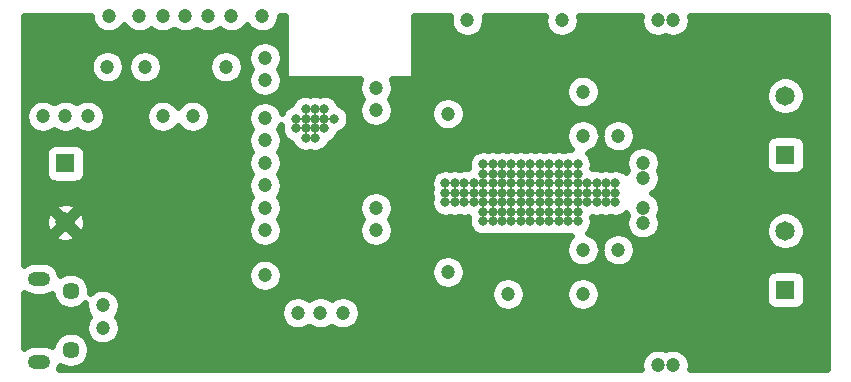
<source format=gbr>
%TF.GenerationSoftware,KiCad,Pcbnew,5.1.9-2.fc34*%
%TF.CreationDate,2021-04-29T15:20:28-07:00*%
%TF.ProjectId,motorbrainz,6d6f746f-7262-4726-9169-6e7a2e6b6963,1.0*%
%TF.SameCoordinates,Original*%
%TF.FileFunction,Copper,L3,Inr*%
%TF.FilePolarity,Positive*%
%FSLAX46Y46*%
G04 Gerber Fmt 4.6, Leading zero omitted, Abs format (unit mm)*
G04 Created by KiCad (PCBNEW 5.1.9-2.fc34) date 2021-04-29 15:20:28*
%MOMM*%
%LPD*%
G01*
G04 APERTURE LIST*
%TA.AperFunction,ComponentPad*%
%ADD10O,1.900000X1.200000*%
%TD*%
%TA.AperFunction,ComponentPad*%
%ADD11C,1.450000*%
%TD*%
%TA.AperFunction,ComponentPad*%
%ADD12R,1.650000X1.650000*%
%TD*%
%TA.AperFunction,ComponentPad*%
%ADD13C,1.650000*%
%TD*%
%TA.AperFunction,ViaPad*%
%ADD14C,1.200000*%
%TD*%
%TA.AperFunction,ViaPad*%
%ADD15C,0.800000*%
%TD*%
%TA.AperFunction,Conductor*%
%ADD16C,0.600000*%
%TD*%
%TA.AperFunction,Conductor*%
%ADD17C,0.100000*%
%TD*%
G04 APERTURE END LIST*
D10*
%TO.N,GND*%
%TO.C,J2*%
X94266500Y-115895000D03*
X94266500Y-108895000D03*
D11*
X96966500Y-114895000D03*
X96966500Y-109895000D03*
%TD*%
D12*
%TO.N,GND*%
%TO.C,J3*%
X96520000Y-99100000D03*
D13*
%TO.N,+12V*%
X96520000Y-104100000D03*
%TD*%
%TO.N,/OUTB2*%
%TO.C,J5*%
X157480000Y-104815000D03*
D12*
%TO.N,/OUTB1*%
X157480000Y-109815000D03*
%TD*%
%TO.N,/OUTA1*%
%TO.C,J4*%
X157480000Y-98385000D03*
D13*
%TO.N,/OUTA2*%
X157480000Y-93385000D03*
%TD*%
D14*
%TO.N,/TCK*%
X113411000Y-102870000D03*
X96520000Y-95123000D03*
%TO.N,/TMS*%
X113411000Y-100965000D03*
X98425000Y-95123000D03*
%TO.N,/TDI*%
X113411000Y-104775000D03*
X94615000Y-95123000D03*
%TO.N,GND*%
X104775000Y-95123000D03*
D15*
X116854000Y-94527000D03*
X116054000Y-95327000D03*
D14*
X120015000Y-111760000D03*
X113411000Y-108585000D03*
X143321500Y-106426000D03*
X143321500Y-96774000D03*
D15*
X118454000Y-94527000D03*
X118454000Y-95327000D03*
X119254000Y-95327000D03*
X118454000Y-96127000D03*
X117654000Y-96927000D03*
X116854000Y-96127000D03*
X116854000Y-95327000D03*
X116054000Y-96127000D03*
X116854000Y-96927000D03*
X117654000Y-94527000D03*
X117654000Y-95327000D03*
X117654000Y-96127000D03*
X131890000Y-104000000D03*
X132690000Y-104000000D03*
X133490000Y-104000000D03*
X134290000Y-104000000D03*
X135090000Y-104000000D03*
X135890000Y-104000000D03*
X136690000Y-104000000D03*
X137490000Y-104000000D03*
X138290000Y-104000000D03*
X139090000Y-104000000D03*
X139890000Y-104000000D03*
X139890000Y-103200000D03*
X139090000Y-103200000D03*
X138290000Y-103200000D03*
X137490000Y-103200000D03*
X136690000Y-103200000D03*
X135890000Y-103200000D03*
X135090000Y-103200000D03*
X134290000Y-103200000D03*
X133490000Y-103200000D03*
X132690000Y-103200000D03*
X131890000Y-103200000D03*
X128690000Y-102400000D03*
X129490000Y-102400000D03*
X130290000Y-102400000D03*
X131090000Y-102400000D03*
X131890000Y-102400000D03*
X132690000Y-102400000D03*
X133490000Y-102400000D03*
X134290000Y-102400000D03*
X135090000Y-102400000D03*
X135890000Y-102400000D03*
X136690000Y-102400000D03*
X137490000Y-102400000D03*
X138290000Y-102400000D03*
X139090000Y-102400000D03*
X139890000Y-102400000D03*
X140690000Y-102400000D03*
X141490000Y-102400000D03*
X142290000Y-102400000D03*
X143090000Y-102400000D03*
X135090000Y-101600000D03*
X134290000Y-101600000D03*
X133490000Y-101600000D03*
X132690000Y-101600000D03*
X131890000Y-101600000D03*
X131090000Y-101600000D03*
X131090000Y-101600000D03*
X130290000Y-101600000D03*
X129490000Y-101600000D03*
X128690000Y-101600000D03*
X131890000Y-99200000D03*
X132690000Y-99200000D03*
X133490000Y-99200000D03*
X134290000Y-99200000D03*
X135090000Y-99200000D03*
X135890000Y-99200000D03*
X136690000Y-99200000D03*
X137490000Y-99200000D03*
X138290000Y-99200000D03*
X139090000Y-99200000D03*
X139890000Y-99200000D03*
X139890000Y-100000000D03*
X139090000Y-100000000D03*
X138290000Y-100000000D03*
X137490000Y-100000000D03*
X136690000Y-100000000D03*
X135890000Y-100000000D03*
X135090000Y-100000000D03*
X134290000Y-100000000D03*
X133490000Y-100000000D03*
X132690000Y-100000000D03*
X131890000Y-100000000D03*
X128690000Y-100800000D03*
X129490000Y-100800000D03*
X130290000Y-100800000D03*
X131090000Y-100800000D03*
X131890000Y-100800000D03*
X132690000Y-100800000D03*
X133490000Y-100800000D03*
X134290000Y-100800000D03*
X135090000Y-100800000D03*
X135890000Y-100800000D03*
X136690000Y-100800000D03*
X137490000Y-100800000D03*
X138290000Y-100800000D03*
X139090000Y-100800000D03*
X139890000Y-100800000D03*
X140690000Y-100800000D03*
X141490000Y-100800000D03*
X142290000Y-100800000D03*
X143090000Y-100800000D03*
X143090000Y-101600000D03*
X142290000Y-101600000D03*
X141490000Y-101600000D03*
X140690000Y-101600000D03*
X139890000Y-101600000D03*
X139090000Y-101600000D03*
X138290000Y-101600000D03*
X137490000Y-101600000D03*
X136690000Y-101600000D03*
X135890000Y-101600000D03*
D14*
X146685000Y-86995000D03*
X147955000Y-86995000D03*
X145415000Y-99060000D03*
X145415000Y-100330000D03*
X145415000Y-102870000D03*
X145415000Y-104140000D03*
X146685000Y-116205000D03*
X147955000Y-116205000D03*
X128905000Y-94900000D03*
X128905000Y-108300000D03*
X133985000Y-110172500D03*
X113411000Y-99060000D03*
X113411000Y-95250000D03*
X122809000Y-102870000D03*
X138557000Y-86995000D03*
X130556000Y-86995000D03*
X100173000Y-86614000D03*
%TO.N,+12V*%
X153035000Y-100330000D03*
X153035000Y-102870000D03*
X153035000Y-99060000D03*
X153035000Y-104140000D03*
X153035000Y-89789000D03*
X153035000Y-88519000D03*
X153035000Y-113411000D03*
X153035000Y-114681000D03*
X135255000Y-93027500D03*
X135255000Y-96774000D03*
%TO.N,/SENA*%
X122809000Y-92710000D03*
X140335000Y-96774000D03*
X140335000Y-93027500D03*
%TO.N,/SENB*%
X140335000Y-110172500D03*
X140335000Y-106426000D03*
X113411000Y-92075000D03*
%TO.N,+3V3*%
X113187000Y-86614000D03*
X113411000Y-97155000D03*
%TO.N,/SW5R*%
X100076000Y-90932000D03*
%TO.N,/SW5B*%
X102776500Y-86614000D03*
%TO.N,/SW4R*%
X103251000Y-90932000D03*
%TO.N,/SW4B*%
X104775000Y-86614000D03*
%TO.N,/SW3R*%
X107315000Y-95123000D03*
%TO.N,/SW3B*%
X106680000Y-86614000D03*
%TO.N,/SW2R*%
X110109000Y-90932000D03*
X122809000Y-94615000D03*
%TO.N,/SW2B*%
X108585000Y-86614000D03*
%TO.N,/SW1R*%
X113411000Y-90170000D03*
X122809000Y-104775000D03*
%TO.N,/SW1B*%
X110583500Y-86614000D03*
%TO.N,/D+*%
X116205000Y-111760000D03*
X99695000Y-113030000D03*
%TO.N,/D-*%
X99695000Y-111125000D03*
X118110000Y-111760000D03*
%TD*%
D16*
%TO.N,+12V*%
X98673000Y-86761737D02*
X98730644Y-87051534D01*
X98843717Y-87324517D01*
X99007874Y-87570194D01*
X99216806Y-87779126D01*
X99462483Y-87943283D01*
X99735466Y-88056356D01*
X100025263Y-88114000D01*
X100320737Y-88114000D01*
X100610534Y-88056356D01*
X100883517Y-87943283D01*
X101129194Y-87779126D01*
X101338126Y-87570194D01*
X101474750Y-87365723D01*
X101611374Y-87570194D01*
X101820306Y-87779126D01*
X102065983Y-87943283D01*
X102338966Y-88056356D01*
X102628763Y-88114000D01*
X102924237Y-88114000D01*
X103214034Y-88056356D01*
X103487017Y-87943283D01*
X103732694Y-87779126D01*
X103775750Y-87736070D01*
X103818806Y-87779126D01*
X104064483Y-87943283D01*
X104337466Y-88056356D01*
X104627263Y-88114000D01*
X104922737Y-88114000D01*
X105212534Y-88056356D01*
X105485517Y-87943283D01*
X105727500Y-87781594D01*
X105969483Y-87943283D01*
X106242466Y-88056356D01*
X106532263Y-88114000D01*
X106827737Y-88114000D01*
X107117534Y-88056356D01*
X107390517Y-87943283D01*
X107632500Y-87781594D01*
X107874483Y-87943283D01*
X108147466Y-88056356D01*
X108437263Y-88114000D01*
X108732737Y-88114000D01*
X109022534Y-88056356D01*
X109295517Y-87943283D01*
X109541194Y-87779126D01*
X109584250Y-87736070D01*
X109627306Y-87779126D01*
X109872983Y-87943283D01*
X110145966Y-88056356D01*
X110435763Y-88114000D01*
X110731237Y-88114000D01*
X111021034Y-88056356D01*
X111294017Y-87943283D01*
X111539694Y-87779126D01*
X111748626Y-87570194D01*
X111885250Y-87365723D01*
X112021874Y-87570194D01*
X112230806Y-87779126D01*
X112476483Y-87943283D01*
X112749466Y-88056356D01*
X113039263Y-88114000D01*
X113334737Y-88114000D01*
X113624534Y-88056356D01*
X113897517Y-87943283D01*
X114143194Y-87779126D01*
X114352126Y-87570194D01*
X114516283Y-87324517D01*
X114629356Y-87051534D01*
X114687000Y-86761737D01*
X114687000Y-86650000D01*
X115143000Y-86650000D01*
X115143000Y-91694000D01*
X115148764Y-91752527D01*
X115165836Y-91808805D01*
X115193559Y-91860671D01*
X115230868Y-91906132D01*
X115276329Y-91943441D01*
X115328195Y-91971164D01*
X115384473Y-91988236D01*
X115443000Y-91994000D01*
X121483381Y-91994000D01*
X121479717Y-91999483D01*
X121366644Y-92272466D01*
X121309000Y-92562263D01*
X121309000Y-92857737D01*
X121366644Y-93147534D01*
X121479717Y-93420517D01*
X121641406Y-93662500D01*
X121479717Y-93904483D01*
X121366644Y-94177466D01*
X121309000Y-94467263D01*
X121309000Y-94762737D01*
X121366644Y-95052534D01*
X121479717Y-95325517D01*
X121643874Y-95571194D01*
X121852806Y-95780126D01*
X122098483Y-95944283D01*
X122371466Y-96057356D01*
X122661263Y-96115000D01*
X122956737Y-96115000D01*
X123246534Y-96057356D01*
X123519517Y-95944283D01*
X123765194Y-95780126D01*
X123974126Y-95571194D01*
X124138283Y-95325517D01*
X124251356Y-95052534D01*
X124309000Y-94762737D01*
X124309000Y-94752263D01*
X127405000Y-94752263D01*
X127405000Y-95047737D01*
X127462644Y-95337534D01*
X127575717Y-95610517D01*
X127739874Y-95856194D01*
X127948806Y-96065126D01*
X128194483Y-96229283D01*
X128467466Y-96342356D01*
X128757263Y-96400000D01*
X129052737Y-96400000D01*
X129342534Y-96342356D01*
X129615517Y-96229283D01*
X129861194Y-96065126D01*
X130070126Y-95856194D01*
X130234283Y-95610517D01*
X130347356Y-95337534D01*
X130405000Y-95047737D01*
X130405000Y-94752263D01*
X130347356Y-94462466D01*
X130234283Y-94189483D01*
X130070126Y-93943806D01*
X129861194Y-93734874D01*
X129615517Y-93570717D01*
X129342534Y-93457644D01*
X129052737Y-93400000D01*
X128757263Y-93400000D01*
X128467466Y-93457644D01*
X128194483Y-93570717D01*
X127948806Y-93734874D01*
X127739874Y-93943806D01*
X127575717Y-94189483D01*
X127462644Y-94462466D01*
X127405000Y-94752263D01*
X124309000Y-94752263D01*
X124309000Y-94467263D01*
X124251356Y-94177466D01*
X124138283Y-93904483D01*
X123976594Y-93662500D01*
X124138283Y-93420517D01*
X124251356Y-93147534D01*
X124304618Y-92879763D01*
X138835000Y-92879763D01*
X138835000Y-93175237D01*
X138892644Y-93465034D01*
X139005717Y-93738017D01*
X139169874Y-93983694D01*
X139378806Y-94192626D01*
X139624483Y-94356783D01*
X139897466Y-94469856D01*
X140187263Y-94527500D01*
X140482737Y-94527500D01*
X140772534Y-94469856D01*
X141045517Y-94356783D01*
X141291194Y-94192626D01*
X141500126Y-93983694D01*
X141664283Y-93738017D01*
X141777356Y-93465034D01*
X141827070Y-93215102D01*
X155755000Y-93215102D01*
X155755000Y-93554898D01*
X155821290Y-93888164D01*
X155951324Y-94202094D01*
X156140105Y-94484624D01*
X156380376Y-94724895D01*
X156662906Y-94913676D01*
X156976836Y-95043710D01*
X157310102Y-95110000D01*
X157649898Y-95110000D01*
X157983164Y-95043710D01*
X158297094Y-94913676D01*
X158579624Y-94724895D01*
X158819895Y-94484624D01*
X159008676Y-94202094D01*
X159138710Y-93888164D01*
X159205000Y-93554898D01*
X159205000Y-93215102D01*
X159138710Y-92881836D01*
X159008676Y-92567906D01*
X158819895Y-92285376D01*
X158579624Y-92045105D01*
X158297094Y-91856324D01*
X157983164Y-91726290D01*
X157649898Y-91660000D01*
X157310102Y-91660000D01*
X156976836Y-91726290D01*
X156662906Y-91856324D01*
X156380376Y-92045105D01*
X156140105Y-92285376D01*
X155951324Y-92567906D01*
X155821290Y-92881836D01*
X155755000Y-93215102D01*
X141827070Y-93215102D01*
X141835000Y-93175237D01*
X141835000Y-92879763D01*
X141777356Y-92589966D01*
X141664283Y-92316983D01*
X141500126Y-92071306D01*
X141291194Y-91862374D01*
X141045517Y-91698217D01*
X140772534Y-91585144D01*
X140482737Y-91527500D01*
X140187263Y-91527500D01*
X139897466Y-91585144D01*
X139624483Y-91698217D01*
X139378806Y-91862374D01*
X139169874Y-92071306D01*
X139005717Y-92316983D01*
X138892644Y-92589966D01*
X138835000Y-92879763D01*
X124304618Y-92879763D01*
X124309000Y-92857737D01*
X124309000Y-92562263D01*
X124251356Y-92272466D01*
X124138283Y-91999483D01*
X124134619Y-91994000D01*
X125730000Y-91994000D01*
X125788527Y-91988236D01*
X125844805Y-91971164D01*
X125896671Y-91943441D01*
X125942132Y-91906132D01*
X125979441Y-91860671D01*
X126007164Y-91808805D01*
X126024236Y-91752527D01*
X126030000Y-91694000D01*
X126030000Y-86650000D01*
X129095238Y-86650000D01*
X129056000Y-86847263D01*
X129056000Y-87142737D01*
X129113644Y-87432534D01*
X129226717Y-87705517D01*
X129390874Y-87951194D01*
X129599806Y-88160126D01*
X129845483Y-88324283D01*
X130118466Y-88437356D01*
X130408263Y-88495000D01*
X130703737Y-88495000D01*
X130993534Y-88437356D01*
X131266517Y-88324283D01*
X131512194Y-88160126D01*
X131721126Y-87951194D01*
X131885283Y-87705517D01*
X131998356Y-87432534D01*
X132056000Y-87142737D01*
X132056000Y-86847263D01*
X132016762Y-86650000D01*
X137096238Y-86650000D01*
X137057000Y-86847263D01*
X137057000Y-87142737D01*
X137114644Y-87432534D01*
X137227717Y-87705517D01*
X137391874Y-87951194D01*
X137600806Y-88160126D01*
X137846483Y-88324283D01*
X138119466Y-88437356D01*
X138409263Y-88495000D01*
X138704737Y-88495000D01*
X138994534Y-88437356D01*
X139267517Y-88324283D01*
X139513194Y-88160126D01*
X139722126Y-87951194D01*
X139886283Y-87705517D01*
X139999356Y-87432534D01*
X140057000Y-87142737D01*
X140057000Y-86847263D01*
X140017762Y-86650000D01*
X145224238Y-86650000D01*
X145185000Y-86847263D01*
X145185000Y-87142737D01*
X145242644Y-87432534D01*
X145355717Y-87705517D01*
X145519874Y-87951194D01*
X145728806Y-88160126D01*
X145974483Y-88324283D01*
X146247466Y-88437356D01*
X146537263Y-88495000D01*
X146832737Y-88495000D01*
X147122534Y-88437356D01*
X147320000Y-88355563D01*
X147517466Y-88437356D01*
X147807263Y-88495000D01*
X148102737Y-88495000D01*
X148392534Y-88437356D01*
X148665517Y-88324283D01*
X148911194Y-88160126D01*
X149120126Y-87951194D01*
X149284283Y-87705517D01*
X149397356Y-87432534D01*
X149455000Y-87142737D01*
X149455000Y-86847263D01*
X149415762Y-86650000D01*
X161000000Y-86650000D01*
X161000001Y-116550000D01*
X149415762Y-116550000D01*
X149455000Y-116352737D01*
X149455000Y-116057263D01*
X149397356Y-115767466D01*
X149284283Y-115494483D01*
X149120126Y-115248806D01*
X148911194Y-115039874D01*
X148665517Y-114875717D01*
X148392534Y-114762644D01*
X148102737Y-114705000D01*
X147807263Y-114705000D01*
X147517466Y-114762644D01*
X147320000Y-114844437D01*
X147122534Y-114762644D01*
X146832737Y-114705000D01*
X146537263Y-114705000D01*
X146247466Y-114762644D01*
X145974483Y-114875717D01*
X145728806Y-115039874D01*
X145519874Y-115248806D01*
X145355717Y-115494483D01*
X145242644Y-115767466D01*
X145185000Y-116057263D01*
X145185000Y-116352737D01*
X145224238Y-116550000D01*
X95967226Y-116550000D01*
X96009024Y-116471802D01*
X96075156Y-116253794D01*
X96196774Y-116335057D01*
X96492505Y-116457552D01*
X96806451Y-116520000D01*
X97126549Y-116520000D01*
X97440495Y-116457552D01*
X97736226Y-116335057D01*
X98002377Y-116157220D01*
X98228720Y-115930877D01*
X98406557Y-115664726D01*
X98529052Y-115368995D01*
X98591500Y-115055049D01*
X98591500Y-114734951D01*
X98529052Y-114421005D01*
X98406557Y-114125274D01*
X98228720Y-113859123D01*
X98002377Y-113632780D01*
X97736226Y-113454943D01*
X97440495Y-113332448D01*
X97126549Y-113270000D01*
X96806451Y-113270000D01*
X96492505Y-113332448D01*
X96196774Y-113454943D01*
X95930623Y-113632780D01*
X95704280Y-113859123D01*
X95526443Y-114125274D01*
X95403948Y-114421005D01*
X95369056Y-114596419D01*
X95193302Y-114502476D01*
X94910551Y-114416705D01*
X94690180Y-114395000D01*
X93842820Y-114395000D01*
X93622449Y-114416705D01*
X93339698Y-114502476D01*
X93079113Y-114641762D01*
X93000000Y-114706688D01*
X93000000Y-110083312D01*
X93079113Y-110148238D01*
X93339698Y-110287524D01*
X93622449Y-110373295D01*
X93842820Y-110395000D01*
X94690180Y-110395000D01*
X94910551Y-110373295D01*
X95193302Y-110287524D01*
X95369056Y-110193581D01*
X95403948Y-110368995D01*
X95526443Y-110664726D01*
X95704280Y-110930877D01*
X95930623Y-111157220D01*
X96196774Y-111335057D01*
X96492505Y-111457552D01*
X96806451Y-111520000D01*
X97126549Y-111520000D01*
X97440495Y-111457552D01*
X97736226Y-111335057D01*
X98002377Y-111157220D01*
X98198145Y-110961452D01*
X98195000Y-110977263D01*
X98195000Y-111272737D01*
X98252644Y-111562534D01*
X98365717Y-111835517D01*
X98527406Y-112077500D01*
X98365717Y-112319483D01*
X98252644Y-112592466D01*
X98195000Y-112882263D01*
X98195000Y-113177737D01*
X98252644Y-113467534D01*
X98365717Y-113740517D01*
X98529874Y-113986194D01*
X98738806Y-114195126D01*
X98984483Y-114359283D01*
X99257466Y-114472356D01*
X99547263Y-114530000D01*
X99842737Y-114530000D01*
X100132534Y-114472356D01*
X100405517Y-114359283D01*
X100651194Y-114195126D01*
X100860126Y-113986194D01*
X101024283Y-113740517D01*
X101137356Y-113467534D01*
X101195000Y-113177737D01*
X101195000Y-112882263D01*
X101137356Y-112592466D01*
X101024283Y-112319483D01*
X100862594Y-112077500D01*
X101024283Y-111835517D01*
X101116757Y-111612263D01*
X114705000Y-111612263D01*
X114705000Y-111907737D01*
X114762644Y-112197534D01*
X114875717Y-112470517D01*
X115039874Y-112716194D01*
X115248806Y-112925126D01*
X115494483Y-113089283D01*
X115767466Y-113202356D01*
X116057263Y-113260000D01*
X116352737Y-113260000D01*
X116642534Y-113202356D01*
X116915517Y-113089283D01*
X117157500Y-112927594D01*
X117399483Y-113089283D01*
X117672466Y-113202356D01*
X117962263Y-113260000D01*
X118257737Y-113260000D01*
X118547534Y-113202356D01*
X118820517Y-113089283D01*
X119062500Y-112927594D01*
X119304483Y-113089283D01*
X119577466Y-113202356D01*
X119867263Y-113260000D01*
X120162737Y-113260000D01*
X120452534Y-113202356D01*
X120725517Y-113089283D01*
X120971194Y-112925126D01*
X121180126Y-112716194D01*
X121344283Y-112470517D01*
X121457356Y-112197534D01*
X121515000Y-111907737D01*
X121515000Y-111612263D01*
X121457356Y-111322466D01*
X121344283Y-111049483D01*
X121180126Y-110803806D01*
X120971194Y-110594874D01*
X120725517Y-110430717D01*
X120452534Y-110317644D01*
X120162737Y-110260000D01*
X119867263Y-110260000D01*
X119577466Y-110317644D01*
X119304483Y-110430717D01*
X119062500Y-110592406D01*
X118820517Y-110430717D01*
X118547534Y-110317644D01*
X118257737Y-110260000D01*
X117962263Y-110260000D01*
X117672466Y-110317644D01*
X117399483Y-110430717D01*
X117157500Y-110592406D01*
X116915517Y-110430717D01*
X116642534Y-110317644D01*
X116352737Y-110260000D01*
X116057263Y-110260000D01*
X115767466Y-110317644D01*
X115494483Y-110430717D01*
X115248806Y-110594874D01*
X115039874Y-110803806D01*
X114875717Y-111049483D01*
X114762644Y-111322466D01*
X114705000Y-111612263D01*
X101116757Y-111612263D01*
X101137356Y-111562534D01*
X101195000Y-111272737D01*
X101195000Y-110977263D01*
X101137356Y-110687466D01*
X101024283Y-110414483D01*
X100860126Y-110168806D01*
X100651194Y-109959874D01*
X100405517Y-109795717D01*
X100132534Y-109682644D01*
X99842737Y-109625000D01*
X99547263Y-109625000D01*
X99257466Y-109682644D01*
X98984483Y-109795717D01*
X98738806Y-109959874D01*
X98578556Y-110120124D01*
X98591500Y-110055049D01*
X98591500Y-109734951D01*
X98529052Y-109421005D01*
X98406557Y-109125274D01*
X98228720Y-108859123D01*
X98002377Y-108632780D01*
X97736226Y-108454943D01*
X97693543Y-108437263D01*
X111911000Y-108437263D01*
X111911000Y-108732737D01*
X111968644Y-109022534D01*
X112081717Y-109295517D01*
X112245874Y-109541194D01*
X112454806Y-109750126D01*
X112700483Y-109914283D01*
X112973466Y-110027356D01*
X113263263Y-110085000D01*
X113558737Y-110085000D01*
X113848534Y-110027356D01*
X113854794Y-110024763D01*
X132485000Y-110024763D01*
X132485000Y-110320237D01*
X132542644Y-110610034D01*
X132655717Y-110883017D01*
X132819874Y-111128694D01*
X133028806Y-111337626D01*
X133274483Y-111501783D01*
X133547466Y-111614856D01*
X133837263Y-111672500D01*
X134132737Y-111672500D01*
X134422534Y-111614856D01*
X134695517Y-111501783D01*
X134941194Y-111337626D01*
X135150126Y-111128694D01*
X135314283Y-110883017D01*
X135427356Y-110610034D01*
X135485000Y-110320237D01*
X135485000Y-110024763D01*
X138835000Y-110024763D01*
X138835000Y-110320237D01*
X138892644Y-110610034D01*
X139005717Y-110883017D01*
X139169874Y-111128694D01*
X139378806Y-111337626D01*
X139624483Y-111501783D01*
X139897466Y-111614856D01*
X140187263Y-111672500D01*
X140482737Y-111672500D01*
X140772534Y-111614856D01*
X141045517Y-111501783D01*
X141291194Y-111337626D01*
X141500126Y-111128694D01*
X141664283Y-110883017D01*
X141777356Y-110610034D01*
X141835000Y-110320237D01*
X141835000Y-110024763D01*
X141777356Y-109734966D01*
X141664283Y-109461983D01*
X141500126Y-109216306D01*
X141291194Y-109007374D01*
X141265193Y-108990000D01*
X155750646Y-108990000D01*
X155750646Y-110640000D01*
X155768023Y-110816431D01*
X155819486Y-110986081D01*
X155903057Y-111142432D01*
X156015525Y-111279475D01*
X156152568Y-111391943D01*
X156308919Y-111475514D01*
X156478569Y-111526977D01*
X156655000Y-111544354D01*
X158305000Y-111544354D01*
X158481431Y-111526977D01*
X158651081Y-111475514D01*
X158807432Y-111391943D01*
X158944475Y-111279475D01*
X159056943Y-111142432D01*
X159140514Y-110986081D01*
X159191977Y-110816431D01*
X159209354Y-110640000D01*
X159209354Y-108990000D01*
X159191977Y-108813569D01*
X159140514Y-108643919D01*
X159056943Y-108487568D01*
X158944475Y-108350525D01*
X158807432Y-108238057D01*
X158651081Y-108154486D01*
X158481431Y-108103023D01*
X158305000Y-108085646D01*
X156655000Y-108085646D01*
X156478569Y-108103023D01*
X156308919Y-108154486D01*
X156152568Y-108238057D01*
X156015525Y-108350525D01*
X155903057Y-108487568D01*
X155819486Y-108643919D01*
X155768023Y-108813569D01*
X155750646Y-108990000D01*
X141265193Y-108990000D01*
X141045517Y-108843217D01*
X140772534Y-108730144D01*
X140482737Y-108672500D01*
X140187263Y-108672500D01*
X139897466Y-108730144D01*
X139624483Y-108843217D01*
X139378806Y-109007374D01*
X139169874Y-109216306D01*
X139005717Y-109461983D01*
X138892644Y-109734966D01*
X138835000Y-110024763D01*
X135485000Y-110024763D01*
X135427356Y-109734966D01*
X135314283Y-109461983D01*
X135150126Y-109216306D01*
X134941194Y-109007374D01*
X134695517Y-108843217D01*
X134422534Y-108730144D01*
X134132737Y-108672500D01*
X133837263Y-108672500D01*
X133547466Y-108730144D01*
X133274483Y-108843217D01*
X133028806Y-109007374D01*
X132819874Y-109216306D01*
X132655717Y-109461983D01*
X132542644Y-109734966D01*
X132485000Y-110024763D01*
X113854794Y-110024763D01*
X114121517Y-109914283D01*
X114367194Y-109750126D01*
X114576126Y-109541194D01*
X114740283Y-109295517D01*
X114853356Y-109022534D01*
X114911000Y-108732737D01*
X114911000Y-108437263D01*
X114854311Y-108152263D01*
X127405000Y-108152263D01*
X127405000Y-108447737D01*
X127462644Y-108737534D01*
X127575717Y-109010517D01*
X127739874Y-109256194D01*
X127948806Y-109465126D01*
X128194483Y-109629283D01*
X128467466Y-109742356D01*
X128757263Y-109800000D01*
X129052737Y-109800000D01*
X129342534Y-109742356D01*
X129615517Y-109629283D01*
X129861194Y-109465126D01*
X130070126Y-109256194D01*
X130234283Y-109010517D01*
X130347356Y-108737534D01*
X130405000Y-108447737D01*
X130405000Y-108152263D01*
X130347356Y-107862466D01*
X130234283Y-107589483D01*
X130070126Y-107343806D01*
X129861194Y-107134874D01*
X129615517Y-106970717D01*
X129342534Y-106857644D01*
X129052737Y-106800000D01*
X128757263Y-106800000D01*
X128467466Y-106857644D01*
X128194483Y-106970717D01*
X127948806Y-107134874D01*
X127739874Y-107343806D01*
X127575717Y-107589483D01*
X127462644Y-107862466D01*
X127405000Y-108152263D01*
X114854311Y-108152263D01*
X114853356Y-108147466D01*
X114740283Y-107874483D01*
X114576126Y-107628806D01*
X114367194Y-107419874D01*
X114121517Y-107255717D01*
X113848534Y-107142644D01*
X113558737Y-107085000D01*
X113263263Y-107085000D01*
X112973466Y-107142644D01*
X112700483Y-107255717D01*
X112454806Y-107419874D01*
X112245874Y-107628806D01*
X112081717Y-107874483D01*
X111968644Y-108147466D01*
X111911000Y-108437263D01*
X97693543Y-108437263D01*
X97440495Y-108332448D01*
X97126549Y-108270000D01*
X96806451Y-108270000D01*
X96492505Y-108332448D01*
X96196774Y-108454943D01*
X96075156Y-108536206D01*
X96009024Y-108318198D01*
X95869738Y-108057613D01*
X95682292Y-107829208D01*
X95453887Y-107641762D01*
X95193302Y-107502476D01*
X94910551Y-107416705D01*
X94690180Y-107395000D01*
X93842820Y-107395000D01*
X93622449Y-107416705D01*
X93339698Y-107502476D01*
X93079113Y-107641762D01*
X93000000Y-107706688D01*
X93000000Y-105298567D01*
X95604276Y-105298567D01*
X95669773Y-105610498D01*
X95980793Y-105747345D01*
X96312535Y-105820886D01*
X96652249Y-105828294D01*
X96986882Y-105769285D01*
X97303572Y-105646126D01*
X97370227Y-105610498D01*
X97435724Y-105298567D01*
X96520000Y-104382843D01*
X95604276Y-105298567D01*
X93000000Y-105298567D01*
X93000000Y-104232249D01*
X94791706Y-104232249D01*
X94850715Y-104566882D01*
X94973874Y-104883572D01*
X95009502Y-104950227D01*
X95321433Y-105015724D01*
X96237157Y-104100000D01*
X96802843Y-104100000D01*
X97718567Y-105015724D01*
X98030498Y-104950227D01*
X98167345Y-104639207D01*
X98240886Y-104307465D01*
X98248294Y-103967751D01*
X98189285Y-103633118D01*
X98066126Y-103316428D01*
X98030498Y-103249773D01*
X97718567Y-103184276D01*
X96802843Y-104100000D01*
X96237157Y-104100000D01*
X95321433Y-103184276D01*
X95009502Y-103249773D01*
X94872655Y-103560793D01*
X94799114Y-103892535D01*
X94791706Y-104232249D01*
X93000000Y-104232249D01*
X93000000Y-102901433D01*
X95604276Y-102901433D01*
X96520000Y-103817157D01*
X97435724Y-102901433D01*
X97370227Y-102589502D01*
X97059207Y-102452655D01*
X96727465Y-102379114D01*
X96387751Y-102371706D01*
X96053118Y-102430715D01*
X95736428Y-102553874D01*
X95669773Y-102589502D01*
X95604276Y-102901433D01*
X93000000Y-102901433D01*
X93000000Y-98275000D01*
X94790646Y-98275000D01*
X94790646Y-99925000D01*
X94808023Y-100101431D01*
X94859486Y-100271081D01*
X94943057Y-100427432D01*
X95055525Y-100564475D01*
X95192568Y-100676943D01*
X95348919Y-100760514D01*
X95518569Y-100811977D01*
X95695000Y-100829354D01*
X97345000Y-100829354D01*
X97521431Y-100811977D01*
X97691081Y-100760514D01*
X97847432Y-100676943D01*
X97984475Y-100564475D01*
X98096943Y-100427432D01*
X98180514Y-100271081D01*
X98231977Y-100101431D01*
X98249354Y-99925000D01*
X98249354Y-98275000D01*
X98231977Y-98098569D01*
X98180514Y-97928919D01*
X98096943Y-97772568D01*
X97984475Y-97635525D01*
X97847432Y-97523057D01*
X97691081Y-97439486D01*
X97521431Y-97388023D01*
X97345000Y-97370646D01*
X95695000Y-97370646D01*
X95518569Y-97388023D01*
X95348919Y-97439486D01*
X95192568Y-97523057D01*
X95055525Y-97635525D01*
X94943057Y-97772568D01*
X94859486Y-97928919D01*
X94808023Y-98098569D01*
X94790646Y-98275000D01*
X93000000Y-98275000D01*
X93000000Y-94975263D01*
X93115000Y-94975263D01*
X93115000Y-95270737D01*
X93172644Y-95560534D01*
X93285717Y-95833517D01*
X93449874Y-96079194D01*
X93658806Y-96288126D01*
X93904483Y-96452283D01*
X94177466Y-96565356D01*
X94467263Y-96623000D01*
X94762737Y-96623000D01*
X95052534Y-96565356D01*
X95325517Y-96452283D01*
X95567500Y-96290594D01*
X95809483Y-96452283D01*
X96082466Y-96565356D01*
X96372263Y-96623000D01*
X96667737Y-96623000D01*
X96957534Y-96565356D01*
X97230517Y-96452283D01*
X97472500Y-96290594D01*
X97714483Y-96452283D01*
X97987466Y-96565356D01*
X98277263Y-96623000D01*
X98572737Y-96623000D01*
X98862534Y-96565356D01*
X99135517Y-96452283D01*
X99381194Y-96288126D01*
X99590126Y-96079194D01*
X99754283Y-95833517D01*
X99867356Y-95560534D01*
X99925000Y-95270737D01*
X99925000Y-94975263D01*
X103275000Y-94975263D01*
X103275000Y-95270737D01*
X103332644Y-95560534D01*
X103445717Y-95833517D01*
X103609874Y-96079194D01*
X103818806Y-96288126D01*
X104064483Y-96452283D01*
X104337466Y-96565356D01*
X104627263Y-96623000D01*
X104922737Y-96623000D01*
X105212534Y-96565356D01*
X105485517Y-96452283D01*
X105731194Y-96288126D01*
X105940126Y-96079194D01*
X106045000Y-95922240D01*
X106149874Y-96079194D01*
X106358806Y-96288126D01*
X106604483Y-96452283D01*
X106877466Y-96565356D01*
X107167263Y-96623000D01*
X107462737Y-96623000D01*
X107752534Y-96565356D01*
X108025517Y-96452283D01*
X108271194Y-96288126D01*
X108480126Y-96079194D01*
X108644283Y-95833517D01*
X108757356Y-95560534D01*
X108815000Y-95270737D01*
X108815000Y-95102263D01*
X111911000Y-95102263D01*
X111911000Y-95397737D01*
X111968644Y-95687534D01*
X112081717Y-95960517D01*
X112243406Y-96202500D01*
X112081717Y-96444483D01*
X111968644Y-96717466D01*
X111911000Y-97007263D01*
X111911000Y-97302737D01*
X111968644Y-97592534D01*
X112081717Y-97865517D01*
X112243406Y-98107500D01*
X112081717Y-98349483D01*
X111968644Y-98622466D01*
X111911000Y-98912263D01*
X111911000Y-99207737D01*
X111968644Y-99497534D01*
X112081717Y-99770517D01*
X112243406Y-100012500D01*
X112081717Y-100254483D01*
X111968644Y-100527466D01*
X111911000Y-100817263D01*
X111911000Y-101112737D01*
X111968644Y-101402534D01*
X112081717Y-101675517D01*
X112243406Y-101917500D01*
X112081717Y-102159483D01*
X111968644Y-102432466D01*
X111911000Y-102722263D01*
X111911000Y-103017737D01*
X111968644Y-103307534D01*
X112081717Y-103580517D01*
X112243406Y-103822500D01*
X112081717Y-104064483D01*
X111968644Y-104337466D01*
X111911000Y-104627263D01*
X111911000Y-104922737D01*
X111968644Y-105212534D01*
X112081717Y-105485517D01*
X112245874Y-105731194D01*
X112454806Y-105940126D01*
X112700483Y-106104283D01*
X112973466Y-106217356D01*
X113263263Y-106275000D01*
X113558737Y-106275000D01*
X113848534Y-106217356D01*
X114121517Y-106104283D01*
X114367194Y-105940126D01*
X114576126Y-105731194D01*
X114740283Y-105485517D01*
X114853356Y-105212534D01*
X114911000Y-104922737D01*
X114911000Y-104627263D01*
X114853356Y-104337466D01*
X114740283Y-104064483D01*
X114578594Y-103822500D01*
X114740283Y-103580517D01*
X114853356Y-103307534D01*
X114911000Y-103017737D01*
X114911000Y-102722263D01*
X121309000Y-102722263D01*
X121309000Y-103017737D01*
X121366644Y-103307534D01*
X121479717Y-103580517D01*
X121641406Y-103822500D01*
X121479717Y-104064483D01*
X121366644Y-104337466D01*
X121309000Y-104627263D01*
X121309000Y-104922737D01*
X121366644Y-105212534D01*
X121479717Y-105485517D01*
X121643874Y-105731194D01*
X121852806Y-105940126D01*
X122098483Y-106104283D01*
X122371466Y-106217356D01*
X122661263Y-106275000D01*
X122956737Y-106275000D01*
X123246534Y-106217356D01*
X123519517Y-106104283D01*
X123765194Y-105940126D01*
X123974126Y-105731194D01*
X124138283Y-105485517D01*
X124251356Y-105212534D01*
X124309000Y-104922737D01*
X124309000Y-104627263D01*
X124251356Y-104337466D01*
X124138283Y-104064483D01*
X123976594Y-103822500D01*
X124138283Y-103580517D01*
X124251356Y-103307534D01*
X124309000Y-103017737D01*
X124309000Y-102722263D01*
X124251356Y-102432466D01*
X124138283Y-102159483D01*
X123974126Y-101913806D01*
X123765194Y-101704874D01*
X123519517Y-101540717D01*
X123246534Y-101427644D01*
X122956737Y-101370000D01*
X122661263Y-101370000D01*
X122371466Y-101427644D01*
X122098483Y-101540717D01*
X121852806Y-101704874D01*
X121643874Y-101913806D01*
X121479717Y-102159483D01*
X121366644Y-102432466D01*
X121309000Y-102722263D01*
X114911000Y-102722263D01*
X114853356Y-102432466D01*
X114740283Y-102159483D01*
X114578594Y-101917500D01*
X114740283Y-101675517D01*
X114853356Y-101402534D01*
X114911000Y-101112737D01*
X114911000Y-100817263D01*
X114882098Y-100671961D01*
X127390000Y-100671961D01*
X127390000Y-100928039D01*
X127439958Y-101179196D01*
X127448575Y-101200000D01*
X127439958Y-101220804D01*
X127390000Y-101471961D01*
X127390000Y-101728039D01*
X127439958Y-101979196D01*
X127448575Y-102000000D01*
X127439958Y-102020804D01*
X127390000Y-102271961D01*
X127390000Y-102528039D01*
X127439958Y-102779196D01*
X127537955Y-103015781D01*
X127680224Y-103228702D01*
X127861298Y-103409776D01*
X128074219Y-103552045D01*
X128310804Y-103650042D01*
X128561961Y-103700000D01*
X128818039Y-103700000D01*
X129069196Y-103650042D01*
X129090000Y-103641425D01*
X129110804Y-103650042D01*
X129361961Y-103700000D01*
X129618039Y-103700000D01*
X129869196Y-103650042D01*
X129890000Y-103641425D01*
X129910804Y-103650042D01*
X130161961Y-103700000D01*
X130418039Y-103700000D01*
X130632698Y-103657302D01*
X130590000Y-103871961D01*
X130590000Y-104128039D01*
X130639958Y-104379196D01*
X130737955Y-104615781D01*
X130880224Y-104828702D01*
X131061298Y-105009776D01*
X131274219Y-105152045D01*
X131510804Y-105250042D01*
X131761961Y-105300000D01*
X132018039Y-105300000D01*
X132269196Y-105250042D01*
X132290000Y-105241425D01*
X132310804Y-105250042D01*
X132561961Y-105300000D01*
X132818039Y-105300000D01*
X133069196Y-105250042D01*
X133090000Y-105241425D01*
X133110804Y-105250042D01*
X133361961Y-105300000D01*
X133618039Y-105300000D01*
X133869196Y-105250042D01*
X133890000Y-105241425D01*
X133910804Y-105250042D01*
X134161961Y-105300000D01*
X134418039Y-105300000D01*
X134669196Y-105250042D01*
X134690000Y-105241425D01*
X134710804Y-105250042D01*
X134961961Y-105300000D01*
X135218039Y-105300000D01*
X135469196Y-105250042D01*
X135490000Y-105241425D01*
X135510804Y-105250042D01*
X135761961Y-105300000D01*
X136018039Y-105300000D01*
X136269196Y-105250042D01*
X136290000Y-105241425D01*
X136310804Y-105250042D01*
X136561961Y-105300000D01*
X136818039Y-105300000D01*
X137069196Y-105250042D01*
X137090000Y-105241425D01*
X137110804Y-105250042D01*
X137361961Y-105300000D01*
X137618039Y-105300000D01*
X137869196Y-105250042D01*
X137890000Y-105241425D01*
X137910804Y-105250042D01*
X138161961Y-105300000D01*
X138418039Y-105300000D01*
X138669196Y-105250042D01*
X138690000Y-105241425D01*
X138710804Y-105250042D01*
X138961961Y-105300000D01*
X139218039Y-105300000D01*
X139369884Y-105269796D01*
X139169874Y-105469806D01*
X139005717Y-105715483D01*
X138892644Y-105988466D01*
X138835000Y-106278263D01*
X138835000Y-106573737D01*
X138892644Y-106863534D01*
X139005717Y-107136517D01*
X139169874Y-107382194D01*
X139378806Y-107591126D01*
X139624483Y-107755283D01*
X139897466Y-107868356D01*
X140187263Y-107926000D01*
X140482737Y-107926000D01*
X140772534Y-107868356D01*
X141045517Y-107755283D01*
X141291194Y-107591126D01*
X141500126Y-107382194D01*
X141664283Y-107136517D01*
X141777356Y-106863534D01*
X141828250Y-106607672D01*
X141879144Y-106863534D01*
X141992217Y-107136517D01*
X142156374Y-107382194D01*
X142365306Y-107591126D01*
X142610983Y-107755283D01*
X142883966Y-107868356D01*
X143173763Y-107926000D01*
X143469237Y-107926000D01*
X143759034Y-107868356D01*
X144032017Y-107755283D01*
X144277694Y-107591126D01*
X144486626Y-107382194D01*
X144650783Y-107136517D01*
X144763856Y-106863534D01*
X144821500Y-106573737D01*
X144821500Y-106278263D01*
X144763856Y-105988466D01*
X144650783Y-105715483D01*
X144486626Y-105469806D01*
X144277694Y-105260874D01*
X144032017Y-105096717D01*
X143759034Y-104983644D01*
X143469237Y-104926000D01*
X143173763Y-104926000D01*
X142883966Y-104983644D01*
X142610983Y-105096717D01*
X142365306Y-105260874D01*
X142156374Y-105469806D01*
X141992217Y-105715483D01*
X141879144Y-105988466D01*
X141828250Y-106244328D01*
X141777356Y-105988466D01*
X141664283Y-105715483D01*
X141500126Y-105469806D01*
X141291194Y-105260874D01*
X141045517Y-105096717D01*
X140772534Y-104983644D01*
X140749430Y-104979048D01*
X140899776Y-104828702D01*
X141042045Y-104615781D01*
X141140042Y-104379196D01*
X141190000Y-104128039D01*
X141190000Y-103871961D01*
X141147302Y-103657302D01*
X141361961Y-103700000D01*
X141618039Y-103700000D01*
X141869196Y-103650042D01*
X141890000Y-103641425D01*
X141910804Y-103650042D01*
X142161961Y-103700000D01*
X142418039Y-103700000D01*
X142669196Y-103650042D01*
X142690000Y-103641425D01*
X142710804Y-103650042D01*
X142961961Y-103700000D01*
X143218039Y-103700000D01*
X143469196Y-103650042D01*
X143705781Y-103552045D01*
X143918702Y-103409776D01*
X143986791Y-103341687D01*
X144054437Y-103505000D01*
X143972644Y-103702466D01*
X143915000Y-103992263D01*
X143915000Y-104287737D01*
X143972644Y-104577534D01*
X144085717Y-104850517D01*
X144249874Y-105096194D01*
X144458806Y-105305126D01*
X144704483Y-105469283D01*
X144977466Y-105582356D01*
X145267263Y-105640000D01*
X145562737Y-105640000D01*
X145852534Y-105582356D01*
X146125517Y-105469283D01*
X146371194Y-105305126D01*
X146580126Y-105096194D01*
X146744283Y-104850517D01*
X146829368Y-104645102D01*
X155755000Y-104645102D01*
X155755000Y-104984898D01*
X155821290Y-105318164D01*
X155951324Y-105632094D01*
X156140105Y-105914624D01*
X156380376Y-106154895D01*
X156662906Y-106343676D01*
X156976836Y-106473710D01*
X157310102Y-106540000D01*
X157649898Y-106540000D01*
X157983164Y-106473710D01*
X158297094Y-106343676D01*
X158579624Y-106154895D01*
X158819895Y-105914624D01*
X159008676Y-105632094D01*
X159138710Y-105318164D01*
X159205000Y-104984898D01*
X159205000Y-104645102D01*
X159138710Y-104311836D01*
X159008676Y-103997906D01*
X158819895Y-103715376D01*
X158579624Y-103475105D01*
X158297094Y-103286324D01*
X157983164Y-103156290D01*
X157649898Y-103090000D01*
X157310102Y-103090000D01*
X156976836Y-103156290D01*
X156662906Y-103286324D01*
X156380376Y-103475105D01*
X156140105Y-103715376D01*
X155951324Y-103997906D01*
X155821290Y-104311836D01*
X155755000Y-104645102D01*
X146829368Y-104645102D01*
X146857356Y-104577534D01*
X146915000Y-104287737D01*
X146915000Y-103992263D01*
X146857356Y-103702466D01*
X146775563Y-103505000D01*
X146857356Y-103307534D01*
X146915000Y-103017737D01*
X146915000Y-102722263D01*
X146857356Y-102432466D01*
X146744283Y-102159483D01*
X146580126Y-101913806D01*
X146371194Y-101704874D01*
X146214240Y-101600000D01*
X146371194Y-101495126D01*
X146580126Y-101286194D01*
X146744283Y-101040517D01*
X146857356Y-100767534D01*
X146915000Y-100477737D01*
X146915000Y-100182263D01*
X146857356Y-99892466D01*
X146775563Y-99695000D01*
X146857356Y-99497534D01*
X146915000Y-99207737D01*
X146915000Y-98912263D01*
X146857356Y-98622466D01*
X146744283Y-98349483D01*
X146580126Y-98103806D01*
X146371194Y-97894874D01*
X146125517Y-97730717D01*
X145852534Y-97617644D01*
X145562737Y-97560000D01*
X155750646Y-97560000D01*
X155750646Y-99210000D01*
X155768023Y-99386431D01*
X155819486Y-99556081D01*
X155903057Y-99712432D01*
X156015525Y-99849475D01*
X156152568Y-99961943D01*
X156308919Y-100045514D01*
X156478569Y-100096977D01*
X156655000Y-100114354D01*
X158305000Y-100114354D01*
X158481431Y-100096977D01*
X158651081Y-100045514D01*
X158807432Y-99961943D01*
X158944475Y-99849475D01*
X159056943Y-99712432D01*
X159140514Y-99556081D01*
X159191977Y-99386431D01*
X159209354Y-99210000D01*
X159209354Y-97560000D01*
X159191977Y-97383569D01*
X159140514Y-97213919D01*
X159056943Y-97057568D01*
X158944475Y-96920525D01*
X158807432Y-96808057D01*
X158651081Y-96724486D01*
X158481431Y-96673023D01*
X158305000Y-96655646D01*
X156655000Y-96655646D01*
X156478569Y-96673023D01*
X156308919Y-96724486D01*
X156152568Y-96808057D01*
X156015525Y-96920525D01*
X155903057Y-97057568D01*
X155819486Y-97213919D01*
X155768023Y-97383569D01*
X155750646Y-97560000D01*
X145562737Y-97560000D01*
X145267263Y-97560000D01*
X144977466Y-97617644D01*
X144704483Y-97730717D01*
X144458806Y-97894874D01*
X144249874Y-98103806D01*
X144085717Y-98349483D01*
X143972644Y-98622466D01*
X143915000Y-98912263D01*
X143915000Y-99207737D01*
X143972644Y-99497534D01*
X144054437Y-99695000D01*
X143986791Y-99858313D01*
X143918702Y-99790224D01*
X143705781Y-99647955D01*
X143469196Y-99549958D01*
X143218039Y-99500000D01*
X142961961Y-99500000D01*
X142710804Y-99549958D01*
X142690000Y-99558575D01*
X142669196Y-99549958D01*
X142418039Y-99500000D01*
X142161961Y-99500000D01*
X141910804Y-99549958D01*
X141890000Y-99558575D01*
X141869196Y-99549958D01*
X141618039Y-99500000D01*
X141361961Y-99500000D01*
X141147302Y-99542698D01*
X141190000Y-99328039D01*
X141190000Y-99071961D01*
X141140042Y-98820804D01*
X141042045Y-98584219D01*
X140899776Y-98371298D01*
X140749430Y-98220952D01*
X140772534Y-98216356D01*
X141045517Y-98103283D01*
X141291194Y-97939126D01*
X141500126Y-97730194D01*
X141664283Y-97484517D01*
X141777356Y-97211534D01*
X141828250Y-96955672D01*
X141879144Y-97211534D01*
X141992217Y-97484517D01*
X142156374Y-97730194D01*
X142365306Y-97939126D01*
X142610983Y-98103283D01*
X142883966Y-98216356D01*
X143173763Y-98274000D01*
X143469237Y-98274000D01*
X143759034Y-98216356D01*
X144032017Y-98103283D01*
X144277694Y-97939126D01*
X144486626Y-97730194D01*
X144650783Y-97484517D01*
X144763856Y-97211534D01*
X144821500Y-96921737D01*
X144821500Y-96626263D01*
X144763856Y-96336466D01*
X144650783Y-96063483D01*
X144486626Y-95817806D01*
X144277694Y-95608874D01*
X144032017Y-95444717D01*
X143759034Y-95331644D01*
X143469237Y-95274000D01*
X143173763Y-95274000D01*
X142883966Y-95331644D01*
X142610983Y-95444717D01*
X142365306Y-95608874D01*
X142156374Y-95817806D01*
X141992217Y-96063483D01*
X141879144Y-96336466D01*
X141828250Y-96592328D01*
X141777356Y-96336466D01*
X141664283Y-96063483D01*
X141500126Y-95817806D01*
X141291194Y-95608874D01*
X141045517Y-95444717D01*
X140772534Y-95331644D01*
X140482737Y-95274000D01*
X140187263Y-95274000D01*
X139897466Y-95331644D01*
X139624483Y-95444717D01*
X139378806Y-95608874D01*
X139169874Y-95817806D01*
X139005717Y-96063483D01*
X138892644Y-96336466D01*
X138835000Y-96626263D01*
X138835000Y-96921737D01*
X138892644Y-97211534D01*
X139005717Y-97484517D01*
X139169874Y-97730194D01*
X139369884Y-97930204D01*
X139218039Y-97900000D01*
X138961961Y-97900000D01*
X138710804Y-97949958D01*
X138690000Y-97958575D01*
X138669196Y-97949958D01*
X138418039Y-97900000D01*
X138161961Y-97900000D01*
X137910804Y-97949958D01*
X137890000Y-97958575D01*
X137869196Y-97949958D01*
X137618039Y-97900000D01*
X137361961Y-97900000D01*
X137110804Y-97949958D01*
X137090000Y-97958575D01*
X137069196Y-97949958D01*
X136818039Y-97900000D01*
X136561961Y-97900000D01*
X136310804Y-97949958D01*
X136290000Y-97958575D01*
X136269196Y-97949958D01*
X136018039Y-97900000D01*
X135761961Y-97900000D01*
X135510804Y-97949958D01*
X135490000Y-97958575D01*
X135469196Y-97949958D01*
X135218039Y-97900000D01*
X134961961Y-97900000D01*
X134710804Y-97949958D01*
X134690000Y-97958575D01*
X134669196Y-97949958D01*
X134418039Y-97900000D01*
X134161961Y-97900000D01*
X133910804Y-97949958D01*
X133890000Y-97958575D01*
X133869196Y-97949958D01*
X133618039Y-97900000D01*
X133361961Y-97900000D01*
X133110804Y-97949958D01*
X133090000Y-97958575D01*
X133069196Y-97949958D01*
X132818039Y-97900000D01*
X132561961Y-97900000D01*
X132310804Y-97949958D01*
X132290000Y-97958575D01*
X132269196Y-97949958D01*
X132018039Y-97900000D01*
X131761961Y-97900000D01*
X131510804Y-97949958D01*
X131274219Y-98047955D01*
X131061298Y-98190224D01*
X130880224Y-98371298D01*
X130737955Y-98584219D01*
X130639958Y-98820804D01*
X130590000Y-99071961D01*
X130590000Y-99328039D01*
X130632698Y-99542698D01*
X130418039Y-99500000D01*
X130161961Y-99500000D01*
X129910804Y-99549958D01*
X129890000Y-99558575D01*
X129869196Y-99549958D01*
X129618039Y-99500000D01*
X129361961Y-99500000D01*
X129110804Y-99549958D01*
X129090000Y-99558575D01*
X129069196Y-99549958D01*
X128818039Y-99500000D01*
X128561961Y-99500000D01*
X128310804Y-99549958D01*
X128074219Y-99647955D01*
X127861298Y-99790224D01*
X127680224Y-99971298D01*
X127537955Y-100184219D01*
X127439958Y-100420804D01*
X127390000Y-100671961D01*
X114882098Y-100671961D01*
X114853356Y-100527466D01*
X114740283Y-100254483D01*
X114578594Y-100012500D01*
X114740283Y-99770517D01*
X114853356Y-99497534D01*
X114911000Y-99207737D01*
X114911000Y-98912263D01*
X114853356Y-98622466D01*
X114740283Y-98349483D01*
X114578594Y-98107500D01*
X114740283Y-97865517D01*
X114853356Y-97592534D01*
X114911000Y-97302737D01*
X114911000Y-97007263D01*
X114853356Y-96717466D01*
X114740283Y-96444483D01*
X114578594Y-96202500D01*
X114740283Y-95960517D01*
X114781385Y-95861289D01*
X114754000Y-95998961D01*
X114754000Y-96255039D01*
X114803958Y-96506196D01*
X114901955Y-96742781D01*
X115044224Y-96955702D01*
X115225298Y-97136776D01*
X115438219Y-97279045D01*
X115624708Y-97356292D01*
X115701955Y-97542781D01*
X115844224Y-97755702D01*
X116025298Y-97936776D01*
X116238219Y-98079045D01*
X116474804Y-98177042D01*
X116725961Y-98227000D01*
X116982039Y-98227000D01*
X117233196Y-98177042D01*
X117254000Y-98168425D01*
X117274804Y-98177042D01*
X117525961Y-98227000D01*
X117782039Y-98227000D01*
X118033196Y-98177042D01*
X118269781Y-98079045D01*
X118482702Y-97936776D01*
X118663776Y-97755702D01*
X118806045Y-97542781D01*
X118883292Y-97356292D01*
X119069781Y-97279045D01*
X119282702Y-97136776D01*
X119463776Y-96955702D01*
X119606045Y-96742781D01*
X119683292Y-96556292D01*
X119869781Y-96479045D01*
X120082702Y-96336776D01*
X120263776Y-96155702D01*
X120406045Y-95942781D01*
X120504042Y-95706196D01*
X120554000Y-95455039D01*
X120554000Y-95198961D01*
X120504042Y-94947804D01*
X120406045Y-94711219D01*
X120263776Y-94498298D01*
X120082702Y-94317224D01*
X119869781Y-94174955D01*
X119683292Y-94097708D01*
X119606045Y-93911219D01*
X119463776Y-93698298D01*
X119282702Y-93517224D01*
X119069781Y-93374955D01*
X118833196Y-93276958D01*
X118582039Y-93227000D01*
X118325961Y-93227000D01*
X118074804Y-93276958D01*
X118054000Y-93285575D01*
X118033196Y-93276958D01*
X117782039Y-93227000D01*
X117525961Y-93227000D01*
X117274804Y-93276958D01*
X117254000Y-93285575D01*
X117233196Y-93276958D01*
X116982039Y-93227000D01*
X116725961Y-93227000D01*
X116474804Y-93276958D01*
X116238219Y-93374955D01*
X116025298Y-93517224D01*
X115844224Y-93698298D01*
X115701955Y-93911219D01*
X115624708Y-94097708D01*
X115438219Y-94174955D01*
X115225298Y-94317224D01*
X115044224Y-94498298D01*
X114901955Y-94711219D01*
X114855517Y-94823330D01*
X114853356Y-94812466D01*
X114740283Y-94539483D01*
X114576126Y-94293806D01*
X114367194Y-94084874D01*
X114121517Y-93920717D01*
X113848534Y-93807644D01*
X113558737Y-93750000D01*
X113263263Y-93750000D01*
X112973466Y-93807644D01*
X112700483Y-93920717D01*
X112454806Y-94084874D01*
X112245874Y-94293806D01*
X112081717Y-94539483D01*
X111968644Y-94812466D01*
X111911000Y-95102263D01*
X108815000Y-95102263D01*
X108815000Y-94975263D01*
X108757356Y-94685466D01*
X108644283Y-94412483D01*
X108480126Y-94166806D01*
X108271194Y-93957874D01*
X108025517Y-93793717D01*
X107752534Y-93680644D01*
X107462737Y-93623000D01*
X107167263Y-93623000D01*
X106877466Y-93680644D01*
X106604483Y-93793717D01*
X106358806Y-93957874D01*
X106149874Y-94166806D01*
X106045000Y-94323760D01*
X105940126Y-94166806D01*
X105731194Y-93957874D01*
X105485517Y-93793717D01*
X105212534Y-93680644D01*
X104922737Y-93623000D01*
X104627263Y-93623000D01*
X104337466Y-93680644D01*
X104064483Y-93793717D01*
X103818806Y-93957874D01*
X103609874Y-94166806D01*
X103445717Y-94412483D01*
X103332644Y-94685466D01*
X103275000Y-94975263D01*
X99925000Y-94975263D01*
X99867356Y-94685466D01*
X99754283Y-94412483D01*
X99590126Y-94166806D01*
X99381194Y-93957874D01*
X99135517Y-93793717D01*
X98862534Y-93680644D01*
X98572737Y-93623000D01*
X98277263Y-93623000D01*
X97987466Y-93680644D01*
X97714483Y-93793717D01*
X97472500Y-93955406D01*
X97230517Y-93793717D01*
X96957534Y-93680644D01*
X96667737Y-93623000D01*
X96372263Y-93623000D01*
X96082466Y-93680644D01*
X95809483Y-93793717D01*
X95567500Y-93955406D01*
X95325517Y-93793717D01*
X95052534Y-93680644D01*
X94762737Y-93623000D01*
X94467263Y-93623000D01*
X94177466Y-93680644D01*
X93904483Y-93793717D01*
X93658806Y-93957874D01*
X93449874Y-94166806D01*
X93285717Y-94412483D01*
X93172644Y-94685466D01*
X93115000Y-94975263D01*
X93000000Y-94975263D01*
X93000000Y-90784263D01*
X98576000Y-90784263D01*
X98576000Y-91079737D01*
X98633644Y-91369534D01*
X98746717Y-91642517D01*
X98910874Y-91888194D01*
X99119806Y-92097126D01*
X99365483Y-92261283D01*
X99638466Y-92374356D01*
X99928263Y-92432000D01*
X100223737Y-92432000D01*
X100513534Y-92374356D01*
X100786517Y-92261283D01*
X101032194Y-92097126D01*
X101241126Y-91888194D01*
X101405283Y-91642517D01*
X101518356Y-91369534D01*
X101576000Y-91079737D01*
X101576000Y-90784263D01*
X101751000Y-90784263D01*
X101751000Y-91079737D01*
X101808644Y-91369534D01*
X101921717Y-91642517D01*
X102085874Y-91888194D01*
X102294806Y-92097126D01*
X102540483Y-92261283D01*
X102813466Y-92374356D01*
X103103263Y-92432000D01*
X103398737Y-92432000D01*
X103688534Y-92374356D01*
X103961517Y-92261283D01*
X104207194Y-92097126D01*
X104416126Y-91888194D01*
X104580283Y-91642517D01*
X104693356Y-91369534D01*
X104751000Y-91079737D01*
X104751000Y-90784263D01*
X108609000Y-90784263D01*
X108609000Y-91079737D01*
X108666644Y-91369534D01*
X108779717Y-91642517D01*
X108943874Y-91888194D01*
X109152806Y-92097126D01*
X109398483Y-92261283D01*
X109671466Y-92374356D01*
X109961263Y-92432000D01*
X110256737Y-92432000D01*
X110546534Y-92374356D01*
X110819517Y-92261283D01*
X111065194Y-92097126D01*
X111274126Y-91888194D01*
X111438283Y-91642517D01*
X111551356Y-91369534D01*
X111609000Y-91079737D01*
X111609000Y-90784263D01*
X111551356Y-90494466D01*
X111438283Y-90221483D01*
X111305168Y-90022263D01*
X111911000Y-90022263D01*
X111911000Y-90317737D01*
X111968644Y-90607534D01*
X112081717Y-90880517D01*
X112243406Y-91122500D01*
X112081717Y-91364483D01*
X111968644Y-91637466D01*
X111911000Y-91927263D01*
X111911000Y-92222737D01*
X111968644Y-92512534D01*
X112081717Y-92785517D01*
X112245874Y-93031194D01*
X112454806Y-93240126D01*
X112700483Y-93404283D01*
X112973466Y-93517356D01*
X113263263Y-93575000D01*
X113558737Y-93575000D01*
X113848534Y-93517356D01*
X114121517Y-93404283D01*
X114367194Y-93240126D01*
X114576126Y-93031194D01*
X114740283Y-92785517D01*
X114853356Y-92512534D01*
X114911000Y-92222737D01*
X114911000Y-91927263D01*
X114853356Y-91637466D01*
X114740283Y-91364483D01*
X114578594Y-91122500D01*
X114740283Y-90880517D01*
X114853356Y-90607534D01*
X114911000Y-90317737D01*
X114911000Y-90022263D01*
X114853356Y-89732466D01*
X114740283Y-89459483D01*
X114576126Y-89213806D01*
X114367194Y-89004874D01*
X114121517Y-88840717D01*
X113848534Y-88727644D01*
X113558737Y-88670000D01*
X113263263Y-88670000D01*
X112973466Y-88727644D01*
X112700483Y-88840717D01*
X112454806Y-89004874D01*
X112245874Y-89213806D01*
X112081717Y-89459483D01*
X111968644Y-89732466D01*
X111911000Y-90022263D01*
X111305168Y-90022263D01*
X111274126Y-89975806D01*
X111065194Y-89766874D01*
X110819517Y-89602717D01*
X110546534Y-89489644D01*
X110256737Y-89432000D01*
X109961263Y-89432000D01*
X109671466Y-89489644D01*
X109398483Y-89602717D01*
X109152806Y-89766874D01*
X108943874Y-89975806D01*
X108779717Y-90221483D01*
X108666644Y-90494466D01*
X108609000Y-90784263D01*
X104751000Y-90784263D01*
X104693356Y-90494466D01*
X104580283Y-90221483D01*
X104416126Y-89975806D01*
X104207194Y-89766874D01*
X103961517Y-89602717D01*
X103688534Y-89489644D01*
X103398737Y-89432000D01*
X103103263Y-89432000D01*
X102813466Y-89489644D01*
X102540483Y-89602717D01*
X102294806Y-89766874D01*
X102085874Y-89975806D01*
X101921717Y-90221483D01*
X101808644Y-90494466D01*
X101751000Y-90784263D01*
X101576000Y-90784263D01*
X101518356Y-90494466D01*
X101405283Y-90221483D01*
X101241126Y-89975806D01*
X101032194Y-89766874D01*
X100786517Y-89602717D01*
X100513534Y-89489644D01*
X100223737Y-89432000D01*
X99928263Y-89432000D01*
X99638466Y-89489644D01*
X99365483Y-89602717D01*
X99119806Y-89766874D01*
X98910874Y-89975806D01*
X98746717Y-90221483D01*
X98633644Y-90494466D01*
X98576000Y-90784263D01*
X93000000Y-90784263D01*
X93000000Y-86650000D01*
X98673000Y-86650000D01*
X98673000Y-86761737D01*
%TA.AperFunction,Conductor*%
D17*
G36*
X98673000Y-86761737D02*
G01*
X98730644Y-87051534D01*
X98843717Y-87324517D01*
X99007874Y-87570194D01*
X99216806Y-87779126D01*
X99462483Y-87943283D01*
X99735466Y-88056356D01*
X100025263Y-88114000D01*
X100320737Y-88114000D01*
X100610534Y-88056356D01*
X100883517Y-87943283D01*
X101129194Y-87779126D01*
X101338126Y-87570194D01*
X101474750Y-87365723D01*
X101611374Y-87570194D01*
X101820306Y-87779126D01*
X102065983Y-87943283D01*
X102338966Y-88056356D01*
X102628763Y-88114000D01*
X102924237Y-88114000D01*
X103214034Y-88056356D01*
X103487017Y-87943283D01*
X103732694Y-87779126D01*
X103775750Y-87736070D01*
X103818806Y-87779126D01*
X104064483Y-87943283D01*
X104337466Y-88056356D01*
X104627263Y-88114000D01*
X104922737Y-88114000D01*
X105212534Y-88056356D01*
X105485517Y-87943283D01*
X105727500Y-87781594D01*
X105969483Y-87943283D01*
X106242466Y-88056356D01*
X106532263Y-88114000D01*
X106827737Y-88114000D01*
X107117534Y-88056356D01*
X107390517Y-87943283D01*
X107632500Y-87781594D01*
X107874483Y-87943283D01*
X108147466Y-88056356D01*
X108437263Y-88114000D01*
X108732737Y-88114000D01*
X109022534Y-88056356D01*
X109295517Y-87943283D01*
X109541194Y-87779126D01*
X109584250Y-87736070D01*
X109627306Y-87779126D01*
X109872983Y-87943283D01*
X110145966Y-88056356D01*
X110435763Y-88114000D01*
X110731237Y-88114000D01*
X111021034Y-88056356D01*
X111294017Y-87943283D01*
X111539694Y-87779126D01*
X111748626Y-87570194D01*
X111885250Y-87365723D01*
X112021874Y-87570194D01*
X112230806Y-87779126D01*
X112476483Y-87943283D01*
X112749466Y-88056356D01*
X113039263Y-88114000D01*
X113334737Y-88114000D01*
X113624534Y-88056356D01*
X113897517Y-87943283D01*
X114143194Y-87779126D01*
X114352126Y-87570194D01*
X114516283Y-87324517D01*
X114629356Y-87051534D01*
X114687000Y-86761737D01*
X114687000Y-86650000D01*
X115143000Y-86650000D01*
X115143000Y-91694000D01*
X115148764Y-91752527D01*
X115165836Y-91808805D01*
X115193559Y-91860671D01*
X115230868Y-91906132D01*
X115276329Y-91943441D01*
X115328195Y-91971164D01*
X115384473Y-91988236D01*
X115443000Y-91994000D01*
X121483381Y-91994000D01*
X121479717Y-91999483D01*
X121366644Y-92272466D01*
X121309000Y-92562263D01*
X121309000Y-92857737D01*
X121366644Y-93147534D01*
X121479717Y-93420517D01*
X121641406Y-93662500D01*
X121479717Y-93904483D01*
X121366644Y-94177466D01*
X121309000Y-94467263D01*
X121309000Y-94762737D01*
X121366644Y-95052534D01*
X121479717Y-95325517D01*
X121643874Y-95571194D01*
X121852806Y-95780126D01*
X122098483Y-95944283D01*
X122371466Y-96057356D01*
X122661263Y-96115000D01*
X122956737Y-96115000D01*
X123246534Y-96057356D01*
X123519517Y-95944283D01*
X123765194Y-95780126D01*
X123974126Y-95571194D01*
X124138283Y-95325517D01*
X124251356Y-95052534D01*
X124309000Y-94762737D01*
X124309000Y-94752263D01*
X127405000Y-94752263D01*
X127405000Y-95047737D01*
X127462644Y-95337534D01*
X127575717Y-95610517D01*
X127739874Y-95856194D01*
X127948806Y-96065126D01*
X128194483Y-96229283D01*
X128467466Y-96342356D01*
X128757263Y-96400000D01*
X129052737Y-96400000D01*
X129342534Y-96342356D01*
X129615517Y-96229283D01*
X129861194Y-96065126D01*
X130070126Y-95856194D01*
X130234283Y-95610517D01*
X130347356Y-95337534D01*
X130405000Y-95047737D01*
X130405000Y-94752263D01*
X130347356Y-94462466D01*
X130234283Y-94189483D01*
X130070126Y-93943806D01*
X129861194Y-93734874D01*
X129615517Y-93570717D01*
X129342534Y-93457644D01*
X129052737Y-93400000D01*
X128757263Y-93400000D01*
X128467466Y-93457644D01*
X128194483Y-93570717D01*
X127948806Y-93734874D01*
X127739874Y-93943806D01*
X127575717Y-94189483D01*
X127462644Y-94462466D01*
X127405000Y-94752263D01*
X124309000Y-94752263D01*
X124309000Y-94467263D01*
X124251356Y-94177466D01*
X124138283Y-93904483D01*
X123976594Y-93662500D01*
X124138283Y-93420517D01*
X124251356Y-93147534D01*
X124304618Y-92879763D01*
X138835000Y-92879763D01*
X138835000Y-93175237D01*
X138892644Y-93465034D01*
X139005717Y-93738017D01*
X139169874Y-93983694D01*
X139378806Y-94192626D01*
X139624483Y-94356783D01*
X139897466Y-94469856D01*
X140187263Y-94527500D01*
X140482737Y-94527500D01*
X140772534Y-94469856D01*
X141045517Y-94356783D01*
X141291194Y-94192626D01*
X141500126Y-93983694D01*
X141664283Y-93738017D01*
X141777356Y-93465034D01*
X141827070Y-93215102D01*
X155755000Y-93215102D01*
X155755000Y-93554898D01*
X155821290Y-93888164D01*
X155951324Y-94202094D01*
X156140105Y-94484624D01*
X156380376Y-94724895D01*
X156662906Y-94913676D01*
X156976836Y-95043710D01*
X157310102Y-95110000D01*
X157649898Y-95110000D01*
X157983164Y-95043710D01*
X158297094Y-94913676D01*
X158579624Y-94724895D01*
X158819895Y-94484624D01*
X159008676Y-94202094D01*
X159138710Y-93888164D01*
X159205000Y-93554898D01*
X159205000Y-93215102D01*
X159138710Y-92881836D01*
X159008676Y-92567906D01*
X158819895Y-92285376D01*
X158579624Y-92045105D01*
X158297094Y-91856324D01*
X157983164Y-91726290D01*
X157649898Y-91660000D01*
X157310102Y-91660000D01*
X156976836Y-91726290D01*
X156662906Y-91856324D01*
X156380376Y-92045105D01*
X156140105Y-92285376D01*
X155951324Y-92567906D01*
X155821290Y-92881836D01*
X155755000Y-93215102D01*
X141827070Y-93215102D01*
X141835000Y-93175237D01*
X141835000Y-92879763D01*
X141777356Y-92589966D01*
X141664283Y-92316983D01*
X141500126Y-92071306D01*
X141291194Y-91862374D01*
X141045517Y-91698217D01*
X140772534Y-91585144D01*
X140482737Y-91527500D01*
X140187263Y-91527500D01*
X139897466Y-91585144D01*
X139624483Y-91698217D01*
X139378806Y-91862374D01*
X139169874Y-92071306D01*
X139005717Y-92316983D01*
X138892644Y-92589966D01*
X138835000Y-92879763D01*
X124304618Y-92879763D01*
X124309000Y-92857737D01*
X124309000Y-92562263D01*
X124251356Y-92272466D01*
X124138283Y-91999483D01*
X124134619Y-91994000D01*
X125730000Y-91994000D01*
X125788527Y-91988236D01*
X125844805Y-91971164D01*
X125896671Y-91943441D01*
X125942132Y-91906132D01*
X125979441Y-91860671D01*
X126007164Y-91808805D01*
X126024236Y-91752527D01*
X126030000Y-91694000D01*
X126030000Y-86650000D01*
X129095238Y-86650000D01*
X129056000Y-86847263D01*
X129056000Y-87142737D01*
X129113644Y-87432534D01*
X129226717Y-87705517D01*
X129390874Y-87951194D01*
X129599806Y-88160126D01*
X129845483Y-88324283D01*
X130118466Y-88437356D01*
X130408263Y-88495000D01*
X130703737Y-88495000D01*
X130993534Y-88437356D01*
X131266517Y-88324283D01*
X131512194Y-88160126D01*
X131721126Y-87951194D01*
X131885283Y-87705517D01*
X131998356Y-87432534D01*
X132056000Y-87142737D01*
X132056000Y-86847263D01*
X132016762Y-86650000D01*
X137096238Y-86650000D01*
X137057000Y-86847263D01*
X137057000Y-87142737D01*
X137114644Y-87432534D01*
X137227717Y-87705517D01*
X137391874Y-87951194D01*
X137600806Y-88160126D01*
X137846483Y-88324283D01*
X138119466Y-88437356D01*
X138409263Y-88495000D01*
X138704737Y-88495000D01*
X138994534Y-88437356D01*
X139267517Y-88324283D01*
X139513194Y-88160126D01*
X139722126Y-87951194D01*
X139886283Y-87705517D01*
X139999356Y-87432534D01*
X140057000Y-87142737D01*
X140057000Y-86847263D01*
X140017762Y-86650000D01*
X145224238Y-86650000D01*
X145185000Y-86847263D01*
X145185000Y-87142737D01*
X145242644Y-87432534D01*
X145355717Y-87705517D01*
X145519874Y-87951194D01*
X145728806Y-88160126D01*
X145974483Y-88324283D01*
X146247466Y-88437356D01*
X146537263Y-88495000D01*
X146832737Y-88495000D01*
X147122534Y-88437356D01*
X147320000Y-88355563D01*
X147517466Y-88437356D01*
X147807263Y-88495000D01*
X148102737Y-88495000D01*
X148392534Y-88437356D01*
X148665517Y-88324283D01*
X148911194Y-88160126D01*
X149120126Y-87951194D01*
X149284283Y-87705517D01*
X149397356Y-87432534D01*
X149455000Y-87142737D01*
X149455000Y-86847263D01*
X149415762Y-86650000D01*
X161000000Y-86650000D01*
X161000001Y-116550000D01*
X149415762Y-116550000D01*
X149455000Y-116352737D01*
X149455000Y-116057263D01*
X149397356Y-115767466D01*
X149284283Y-115494483D01*
X149120126Y-115248806D01*
X148911194Y-115039874D01*
X148665517Y-114875717D01*
X148392534Y-114762644D01*
X148102737Y-114705000D01*
X147807263Y-114705000D01*
X147517466Y-114762644D01*
X147320000Y-114844437D01*
X147122534Y-114762644D01*
X146832737Y-114705000D01*
X146537263Y-114705000D01*
X146247466Y-114762644D01*
X145974483Y-114875717D01*
X145728806Y-115039874D01*
X145519874Y-115248806D01*
X145355717Y-115494483D01*
X145242644Y-115767466D01*
X145185000Y-116057263D01*
X145185000Y-116352737D01*
X145224238Y-116550000D01*
X95967226Y-116550000D01*
X96009024Y-116471802D01*
X96075156Y-116253794D01*
X96196774Y-116335057D01*
X96492505Y-116457552D01*
X96806451Y-116520000D01*
X97126549Y-116520000D01*
X97440495Y-116457552D01*
X97736226Y-116335057D01*
X98002377Y-116157220D01*
X98228720Y-115930877D01*
X98406557Y-115664726D01*
X98529052Y-115368995D01*
X98591500Y-115055049D01*
X98591500Y-114734951D01*
X98529052Y-114421005D01*
X98406557Y-114125274D01*
X98228720Y-113859123D01*
X98002377Y-113632780D01*
X97736226Y-113454943D01*
X97440495Y-113332448D01*
X97126549Y-113270000D01*
X96806451Y-113270000D01*
X96492505Y-113332448D01*
X96196774Y-113454943D01*
X95930623Y-113632780D01*
X95704280Y-113859123D01*
X95526443Y-114125274D01*
X95403948Y-114421005D01*
X95369056Y-114596419D01*
X95193302Y-114502476D01*
X94910551Y-114416705D01*
X94690180Y-114395000D01*
X93842820Y-114395000D01*
X93622449Y-114416705D01*
X93339698Y-114502476D01*
X93079113Y-114641762D01*
X93000000Y-114706688D01*
X93000000Y-110083312D01*
X93079113Y-110148238D01*
X93339698Y-110287524D01*
X93622449Y-110373295D01*
X93842820Y-110395000D01*
X94690180Y-110395000D01*
X94910551Y-110373295D01*
X95193302Y-110287524D01*
X95369056Y-110193581D01*
X95403948Y-110368995D01*
X95526443Y-110664726D01*
X95704280Y-110930877D01*
X95930623Y-111157220D01*
X96196774Y-111335057D01*
X96492505Y-111457552D01*
X96806451Y-111520000D01*
X97126549Y-111520000D01*
X97440495Y-111457552D01*
X97736226Y-111335057D01*
X98002377Y-111157220D01*
X98198145Y-110961452D01*
X98195000Y-110977263D01*
X98195000Y-111272737D01*
X98252644Y-111562534D01*
X98365717Y-111835517D01*
X98527406Y-112077500D01*
X98365717Y-112319483D01*
X98252644Y-112592466D01*
X98195000Y-112882263D01*
X98195000Y-113177737D01*
X98252644Y-113467534D01*
X98365717Y-113740517D01*
X98529874Y-113986194D01*
X98738806Y-114195126D01*
X98984483Y-114359283D01*
X99257466Y-114472356D01*
X99547263Y-114530000D01*
X99842737Y-114530000D01*
X100132534Y-114472356D01*
X100405517Y-114359283D01*
X100651194Y-114195126D01*
X100860126Y-113986194D01*
X101024283Y-113740517D01*
X101137356Y-113467534D01*
X101195000Y-113177737D01*
X101195000Y-112882263D01*
X101137356Y-112592466D01*
X101024283Y-112319483D01*
X100862594Y-112077500D01*
X101024283Y-111835517D01*
X101116757Y-111612263D01*
X114705000Y-111612263D01*
X114705000Y-111907737D01*
X114762644Y-112197534D01*
X114875717Y-112470517D01*
X115039874Y-112716194D01*
X115248806Y-112925126D01*
X115494483Y-113089283D01*
X115767466Y-113202356D01*
X116057263Y-113260000D01*
X116352737Y-113260000D01*
X116642534Y-113202356D01*
X116915517Y-113089283D01*
X117157500Y-112927594D01*
X117399483Y-113089283D01*
X117672466Y-113202356D01*
X117962263Y-113260000D01*
X118257737Y-113260000D01*
X118547534Y-113202356D01*
X118820517Y-113089283D01*
X119062500Y-112927594D01*
X119304483Y-113089283D01*
X119577466Y-113202356D01*
X119867263Y-113260000D01*
X120162737Y-113260000D01*
X120452534Y-113202356D01*
X120725517Y-113089283D01*
X120971194Y-112925126D01*
X121180126Y-112716194D01*
X121344283Y-112470517D01*
X121457356Y-112197534D01*
X121515000Y-111907737D01*
X121515000Y-111612263D01*
X121457356Y-111322466D01*
X121344283Y-111049483D01*
X121180126Y-110803806D01*
X120971194Y-110594874D01*
X120725517Y-110430717D01*
X120452534Y-110317644D01*
X120162737Y-110260000D01*
X119867263Y-110260000D01*
X119577466Y-110317644D01*
X119304483Y-110430717D01*
X119062500Y-110592406D01*
X118820517Y-110430717D01*
X118547534Y-110317644D01*
X118257737Y-110260000D01*
X117962263Y-110260000D01*
X117672466Y-110317644D01*
X117399483Y-110430717D01*
X117157500Y-110592406D01*
X116915517Y-110430717D01*
X116642534Y-110317644D01*
X116352737Y-110260000D01*
X116057263Y-110260000D01*
X115767466Y-110317644D01*
X115494483Y-110430717D01*
X115248806Y-110594874D01*
X115039874Y-110803806D01*
X114875717Y-111049483D01*
X114762644Y-111322466D01*
X114705000Y-111612263D01*
X101116757Y-111612263D01*
X101137356Y-111562534D01*
X101195000Y-111272737D01*
X101195000Y-110977263D01*
X101137356Y-110687466D01*
X101024283Y-110414483D01*
X100860126Y-110168806D01*
X100651194Y-109959874D01*
X100405517Y-109795717D01*
X100132534Y-109682644D01*
X99842737Y-109625000D01*
X99547263Y-109625000D01*
X99257466Y-109682644D01*
X98984483Y-109795717D01*
X98738806Y-109959874D01*
X98578556Y-110120124D01*
X98591500Y-110055049D01*
X98591500Y-109734951D01*
X98529052Y-109421005D01*
X98406557Y-109125274D01*
X98228720Y-108859123D01*
X98002377Y-108632780D01*
X97736226Y-108454943D01*
X97693543Y-108437263D01*
X111911000Y-108437263D01*
X111911000Y-108732737D01*
X111968644Y-109022534D01*
X112081717Y-109295517D01*
X112245874Y-109541194D01*
X112454806Y-109750126D01*
X112700483Y-109914283D01*
X112973466Y-110027356D01*
X113263263Y-110085000D01*
X113558737Y-110085000D01*
X113848534Y-110027356D01*
X113854794Y-110024763D01*
X132485000Y-110024763D01*
X132485000Y-110320237D01*
X132542644Y-110610034D01*
X132655717Y-110883017D01*
X132819874Y-111128694D01*
X133028806Y-111337626D01*
X133274483Y-111501783D01*
X133547466Y-111614856D01*
X133837263Y-111672500D01*
X134132737Y-111672500D01*
X134422534Y-111614856D01*
X134695517Y-111501783D01*
X134941194Y-111337626D01*
X135150126Y-111128694D01*
X135314283Y-110883017D01*
X135427356Y-110610034D01*
X135485000Y-110320237D01*
X135485000Y-110024763D01*
X138835000Y-110024763D01*
X138835000Y-110320237D01*
X138892644Y-110610034D01*
X139005717Y-110883017D01*
X139169874Y-111128694D01*
X139378806Y-111337626D01*
X139624483Y-111501783D01*
X139897466Y-111614856D01*
X140187263Y-111672500D01*
X140482737Y-111672500D01*
X140772534Y-111614856D01*
X141045517Y-111501783D01*
X141291194Y-111337626D01*
X141500126Y-111128694D01*
X141664283Y-110883017D01*
X141777356Y-110610034D01*
X141835000Y-110320237D01*
X141835000Y-110024763D01*
X141777356Y-109734966D01*
X141664283Y-109461983D01*
X141500126Y-109216306D01*
X141291194Y-109007374D01*
X141265193Y-108990000D01*
X155750646Y-108990000D01*
X155750646Y-110640000D01*
X155768023Y-110816431D01*
X155819486Y-110986081D01*
X155903057Y-111142432D01*
X156015525Y-111279475D01*
X156152568Y-111391943D01*
X156308919Y-111475514D01*
X156478569Y-111526977D01*
X156655000Y-111544354D01*
X158305000Y-111544354D01*
X158481431Y-111526977D01*
X158651081Y-111475514D01*
X158807432Y-111391943D01*
X158944475Y-111279475D01*
X159056943Y-111142432D01*
X159140514Y-110986081D01*
X159191977Y-110816431D01*
X159209354Y-110640000D01*
X159209354Y-108990000D01*
X159191977Y-108813569D01*
X159140514Y-108643919D01*
X159056943Y-108487568D01*
X158944475Y-108350525D01*
X158807432Y-108238057D01*
X158651081Y-108154486D01*
X158481431Y-108103023D01*
X158305000Y-108085646D01*
X156655000Y-108085646D01*
X156478569Y-108103023D01*
X156308919Y-108154486D01*
X156152568Y-108238057D01*
X156015525Y-108350525D01*
X155903057Y-108487568D01*
X155819486Y-108643919D01*
X155768023Y-108813569D01*
X155750646Y-108990000D01*
X141265193Y-108990000D01*
X141045517Y-108843217D01*
X140772534Y-108730144D01*
X140482737Y-108672500D01*
X140187263Y-108672500D01*
X139897466Y-108730144D01*
X139624483Y-108843217D01*
X139378806Y-109007374D01*
X139169874Y-109216306D01*
X139005717Y-109461983D01*
X138892644Y-109734966D01*
X138835000Y-110024763D01*
X135485000Y-110024763D01*
X135427356Y-109734966D01*
X135314283Y-109461983D01*
X135150126Y-109216306D01*
X134941194Y-109007374D01*
X134695517Y-108843217D01*
X134422534Y-108730144D01*
X134132737Y-108672500D01*
X133837263Y-108672500D01*
X133547466Y-108730144D01*
X133274483Y-108843217D01*
X133028806Y-109007374D01*
X132819874Y-109216306D01*
X132655717Y-109461983D01*
X132542644Y-109734966D01*
X132485000Y-110024763D01*
X113854794Y-110024763D01*
X114121517Y-109914283D01*
X114367194Y-109750126D01*
X114576126Y-109541194D01*
X114740283Y-109295517D01*
X114853356Y-109022534D01*
X114911000Y-108732737D01*
X114911000Y-108437263D01*
X114854311Y-108152263D01*
X127405000Y-108152263D01*
X127405000Y-108447737D01*
X127462644Y-108737534D01*
X127575717Y-109010517D01*
X127739874Y-109256194D01*
X127948806Y-109465126D01*
X128194483Y-109629283D01*
X128467466Y-109742356D01*
X128757263Y-109800000D01*
X129052737Y-109800000D01*
X129342534Y-109742356D01*
X129615517Y-109629283D01*
X129861194Y-109465126D01*
X130070126Y-109256194D01*
X130234283Y-109010517D01*
X130347356Y-108737534D01*
X130405000Y-108447737D01*
X130405000Y-108152263D01*
X130347356Y-107862466D01*
X130234283Y-107589483D01*
X130070126Y-107343806D01*
X129861194Y-107134874D01*
X129615517Y-106970717D01*
X129342534Y-106857644D01*
X129052737Y-106800000D01*
X128757263Y-106800000D01*
X128467466Y-106857644D01*
X128194483Y-106970717D01*
X127948806Y-107134874D01*
X127739874Y-107343806D01*
X127575717Y-107589483D01*
X127462644Y-107862466D01*
X127405000Y-108152263D01*
X114854311Y-108152263D01*
X114853356Y-108147466D01*
X114740283Y-107874483D01*
X114576126Y-107628806D01*
X114367194Y-107419874D01*
X114121517Y-107255717D01*
X113848534Y-107142644D01*
X113558737Y-107085000D01*
X113263263Y-107085000D01*
X112973466Y-107142644D01*
X112700483Y-107255717D01*
X112454806Y-107419874D01*
X112245874Y-107628806D01*
X112081717Y-107874483D01*
X111968644Y-108147466D01*
X111911000Y-108437263D01*
X97693543Y-108437263D01*
X97440495Y-108332448D01*
X97126549Y-108270000D01*
X96806451Y-108270000D01*
X96492505Y-108332448D01*
X96196774Y-108454943D01*
X96075156Y-108536206D01*
X96009024Y-108318198D01*
X95869738Y-108057613D01*
X95682292Y-107829208D01*
X95453887Y-107641762D01*
X95193302Y-107502476D01*
X94910551Y-107416705D01*
X94690180Y-107395000D01*
X93842820Y-107395000D01*
X93622449Y-107416705D01*
X93339698Y-107502476D01*
X93079113Y-107641762D01*
X93000000Y-107706688D01*
X93000000Y-105298567D01*
X95604276Y-105298567D01*
X95669773Y-105610498D01*
X95980793Y-105747345D01*
X96312535Y-105820886D01*
X96652249Y-105828294D01*
X96986882Y-105769285D01*
X97303572Y-105646126D01*
X97370227Y-105610498D01*
X97435724Y-105298567D01*
X96520000Y-104382843D01*
X95604276Y-105298567D01*
X93000000Y-105298567D01*
X93000000Y-104232249D01*
X94791706Y-104232249D01*
X94850715Y-104566882D01*
X94973874Y-104883572D01*
X95009502Y-104950227D01*
X95321433Y-105015724D01*
X96237157Y-104100000D01*
X96802843Y-104100000D01*
X97718567Y-105015724D01*
X98030498Y-104950227D01*
X98167345Y-104639207D01*
X98240886Y-104307465D01*
X98248294Y-103967751D01*
X98189285Y-103633118D01*
X98066126Y-103316428D01*
X98030498Y-103249773D01*
X97718567Y-103184276D01*
X96802843Y-104100000D01*
X96237157Y-104100000D01*
X95321433Y-103184276D01*
X95009502Y-103249773D01*
X94872655Y-103560793D01*
X94799114Y-103892535D01*
X94791706Y-104232249D01*
X93000000Y-104232249D01*
X93000000Y-102901433D01*
X95604276Y-102901433D01*
X96520000Y-103817157D01*
X97435724Y-102901433D01*
X97370227Y-102589502D01*
X97059207Y-102452655D01*
X96727465Y-102379114D01*
X96387751Y-102371706D01*
X96053118Y-102430715D01*
X95736428Y-102553874D01*
X95669773Y-102589502D01*
X95604276Y-102901433D01*
X93000000Y-102901433D01*
X93000000Y-98275000D01*
X94790646Y-98275000D01*
X94790646Y-99925000D01*
X94808023Y-100101431D01*
X94859486Y-100271081D01*
X94943057Y-100427432D01*
X95055525Y-100564475D01*
X95192568Y-100676943D01*
X95348919Y-100760514D01*
X95518569Y-100811977D01*
X95695000Y-100829354D01*
X97345000Y-100829354D01*
X97521431Y-100811977D01*
X97691081Y-100760514D01*
X97847432Y-100676943D01*
X97984475Y-100564475D01*
X98096943Y-100427432D01*
X98180514Y-100271081D01*
X98231977Y-100101431D01*
X98249354Y-99925000D01*
X98249354Y-98275000D01*
X98231977Y-98098569D01*
X98180514Y-97928919D01*
X98096943Y-97772568D01*
X97984475Y-97635525D01*
X97847432Y-97523057D01*
X97691081Y-97439486D01*
X97521431Y-97388023D01*
X97345000Y-97370646D01*
X95695000Y-97370646D01*
X95518569Y-97388023D01*
X95348919Y-97439486D01*
X95192568Y-97523057D01*
X95055525Y-97635525D01*
X94943057Y-97772568D01*
X94859486Y-97928919D01*
X94808023Y-98098569D01*
X94790646Y-98275000D01*
X93000000Y-98275000D01*
X93000000Y-94975263D01*
X93115000Y-94975263D01*
X93115000Y-95270737D01*
X93172644Y-95560534D01*
X93285717Y-95833517D01*
X93449874Y-96079194D01*
X93658806Y-96288126D01*
X93904483Y-96452283D01*
X94177466Y-96565356D01*
X94467263Y-96623000D01*
X94762737Y-96623000D01*
X95052534Y-96565356D01*
X95325517Y-96452283D01*
X95567500Y-96290594D01*
X95809483Y-96452283D01*
X96082466Y-96565356D01*
X96372263Y-96623000D01*
X96667737Y-96623000D01*
X96957534Y-96565356D01*
X97230517Y-96452283D01*
X97472500Y-96290594D01*
X97714483Y-96452283D01*
X97987466Y-96565356D01*
X98277263Y-96623000D01*
X98572737Y-96623000D01*
X98862534Y-96565356D01*
X99135517Y-96452283D01*
X99381194Y-96288126D01*
X99590126Y-96079194D01*
X99754283Y-95833517D01*
X99867356Y-95560534D01*
X99925000Y-95270737D01*
X99925000Y-94975263D01*
X103275000Y-94975263D01*
X103275000Y-95270737D01*
X103332644Y-95560534D01*
X103445717Y-95833517D01*
X103609874Y-96079194D01*
X103818806Y-96288126D01*
X104064483Y-96452283D01*
X104337466Y-96565356D01*
X104627263Y-96623000D01*
X104922737Y-96623000D01*
X105212534Y-96565356D01*
X105485517Y-96452283D01*
X105731194Y-96288126D01*
X105940126Y-96079194D01*
X106045000Y-95922240D01*
X106149874Y-96079194D01*
X106358806Y-96288126D01*
X106604483Y-96452283D01*
X106877466Y-96565356D01*
X107167263Y-96623000D01*
X107462737Y-96623000D01*
X107752534Y-96565356D01*
X108025517Y-96452283D01*
X108271194Y-96288126D01*
X108480126Y-96079194D01*
X108644283Y-95833517D01*
X108757356Y-95560534D01*
X108815000Y-95270737D01*
X108815000Y-95102263D01*
X111911000Y-95102263D01*
X111911000Y-95397737D01*
X111968644Y-95687534D01*
X112081717Y-95960517D01*
X112243406Y-96202500D01*
X112081717Y-96444483D01*
X111968644Y-96717466D01*
X111911000Y-97007263D01*
X111911000Y-97302737D01*
X111968644Y-97592534D01*
X112081717Y-97865517D01*
X112243406Y-98107500D01*
X112081717Y-98349483D01*
X111968644Y-98622466D01*
X111911000Y-98912263D01*
X111911000Y-99207737D01*
X111968644Y-99497534D01*
X112081717Y-99770517D01*
X112243406Y-100012500D01*
X112081717Y-100254483D01*
X111968644Y-100527466D01*
X111911000Y-100817263D01*
X111911000Y-101112737D01*
X111968644Y-101402534D01*
X112081717Y-101675517D01*
X112243406Y-101917500D01*
X112081717Y-102159483D01*
X111968644Y-102432466D01*
X111911000Y-102722263D01*
X111911000Y-103017737D01*
X111968644Y-103307534D01*
X112081717Y-103580517D01*
X112243406Y-103822500D01*
X112081717Y-104064483D01*
X111968644Y-104337466D01*
X111911000Y-104627263D01*
X111911000Y-104922737D01*
X111968644Y-105212534D01*
X112081717Y-105485517D01*
X112245874Y-105731194D01*
X112454806Y-105940126D01*
X112700483Y-106104283D01*
X112973466Y-106217356D01*
X113263263Y-106275000D01*
X113558737Y-106275000D01*
X113848534Y-106217356D01*
X114121517Y-106104283D01*
X114367194Y-105940126D01*
X114576126Y-105731194D01*
X114740283Y-105485517D01*
X114853356Y-105212534D01*
X114911000Y-104922737D01*
X114911000Y-104627263D01*
X114853356Y-104337466D01*
X114740283Y-104064483D01*
X114578594Y-103822500D01*
X114740283Y-103580517D01*
X114853356Y-103307534D01*
X114911000Y-103017737D01*
X114911000Y-102722263D01*
X121309000Y-102722263D01*
X121309000Y-103017737D01*
X121366644Y-103307534D01*
X121479717Y-103580517D01*
X121641406Y-103822500D01*
X121479717Y-104064483D01*
X121366644Y-104337466D01*
X121309000Y-104627263D01*
X121309000Y-104922737D01*
X121366644Y-105212534D01*
X121479717Y-105485517D01*
X121643874Y-105731194D01*
X121852806Y-105940126D01*
X122098483Y-106104283D01*
X122371466Y-106217356D01*
X122661263Y-106275000D01*
X122956737Y-106275000D01*
X123246534Y-106217356D01*
X123519517Y-106104283D01*
X123765194Y-105940126D01*
X123974126Y-105731194D01*
X124138283Y-105485517D01*
X124251356Y-105212534D01*
X124309000Y-104922737D01*
X124309000Y-104627263D01*
X124251356Y-104337466D01*
X124138283Y-104064483D01*
X123976594Y-103822500D01*
X124138283Y-103580517D01*
X124251356Y-103307534D01*
X124309000Y-103017737D01*
X124309000Y-102722263D01*
X124251356Y-102432466D01*
X124138283Y-102159483D01*
X123974126Y-101913806D01*
X123765194Y-101704874D01*
X123519517Y-101540717D01*
X123246534Y-101427644D01*
X122956737Y-101370000D01*
X122661263Y-101370000D01*
X122371466Y-101427644D01*
X122098483Y-101540717D01*
X121852806Y-101704874D01*
X121643874Y-101913806D01*
X121479717Y-102159483D01*
X121366644Y-102432466D01*
X121309000Y-102722263D01*
X114911000Y-102722263D01*
X114853356Y-102432466D01*
X114740283Y-102159483D01*
X114578594Y-101917500D01*
X114740283Y-101675517D01*
X114853356Y-101402534D01*
X114911000Y-101112737D01*
X114911000Y-100817263D01*
X114882098Y-100671961D01*
X127390000Y-100671961D01*
X127390000Y-100928039D01*
X127439958Y-101179196D01*
X127448575Y-101200000D01*
X127439958Y-101220804D01*
X127390000Y-101471961D01*
X127390000Y-101728039D01*
X127439958Y-101979196D01*
X127448575Y-102000000D01*
X127439958Y-102020804D01*
X127390000Y-102271961D01*
X127390000Y-102528039D01*
X127439958Y-102779196D01*
X127537955Y-103015781D01*
X127680224Y-103228702D01*
X127861298Y-103409776D01*
X128074219Y-103552045D01*
X128310804Y-103650042D01*
X128561961Y-103700000D01*
X128818039Y-103700000D01*
X129069196Y-103650042D01*
X129090000Y-103641425D01*
X129110804Y-103650042D01*
X129361961Y-103700000D01*
X129618039Y-103700000D01*
X129869196Y-103650042D01*
X129890000Y-103641425D01*
X129910804Y-103650042D01*
X130161961Y-103700000D01*
X130418039Y-103700000D01*
X130632698Y-103657302D01*
X130590000Y-103871961D01*
X130590000Y-104128039D01*
X130639958Y-104379196D01*
X130737955Y-104615781D01*
X130880224Y-104828702D01*
X131061298Y-105009776D01*
X131274219Y-105152045D01*
X131510804Y-105250042D01*
X131761961Y-105300000D01*
X132018039Y-105300000D01*
X132269196Y-105250042D01*
X132290000Y-105241425D01*
X132310804Y-105250042D01*
X132561961Y-105300000D01*
X132818039Y-105300000D01*
X133069196Y-105250042D01*
X133090000Y-105241425D01*
X133110804Y-105250042D01*
X133361961Y-105300000D01*
X133618039Y-105300000D01*
X133869196Y-105250042D01*
X133890000Y-105241425D01*
X133910804Y-105250042D01*
X134161961Y-105300000D01*
X134418039Y-105300000D01*
X134669196Y-105250042D01*
X134690000Y-105241425D01*
X134710804Y-105250042D01*
X134961961Y-105300000D01*
X135218039Y-105300000D01*
X135469196Y-105250042D01*
X135490000Y-105241425D01*
X135510804Y-105250042D01*
X135761961Y-105300000D01*
X136018039Y-105300000D01*
X136269196Y-105250042D01*
X136290000Y-105241425D01*
X136310804Y-105250042D01*
X136561961Y-105300000D01*
X136818039Y-105300000D01*
X137069196Y-105250042D01*
X137090000Y-105241425D01*
X137110804Y-105250042D01*
X137361961Y-105300000D01*
X137618039Y-105300000D01*
X137869196Y-105250042D01*
X137890000Y-105241425D01*
X137910804Y-105250042D01*
X138161961Y-105300000D01*
X138418039Y-105300000D01*
X138669196Y-105250042D01*
X138690000Y-105241425D01*
X138710804Y-105250042D01*
X138961961Y-105300000D01*
X139218039Y-105300000D01*
X139369884Y-105269796D01*
X139169874Y-105469806D01*
X139005717Y-105715483D01*
X138892644Y-105988466D01*
X138835000Y-106278263D01*
X138835000Y-106573737D01*
X138892644Y-106863534D01*
X139005717Y-107136517D01*
X139169874Y-107382194D01*
X139378806Y-107591126D01*
X139624483Y-107755283D01*
X139897466Y-107868356D01*
X140187263Y-107926000D01*
X140482737Y-107926000D01*
X140772534Y-107868356D01*
X141045517Y-107755283D01*
X141291194Y-107591126D01*
X141500126Y-107382194D01*
X141664283Y-107136517D01*
X141777356Y-106863534D01*
X141828250Y-106607672D01*
X141879144Y-106863534D01*
X141992217Y-107136517D01*
X142156374Y-107382194D01*
X142365306Y-107591126D01*
X142610983Y-107755283D01*
X142883966Y-107868356D01*
X143173763Y-107926000D01*
X143469237Y-107926000D01*
X143759034Y-107868356D01*
X144032017Y-107755283D01*
X144277694Y-107591126D01*
X144486626Y-107382194D01*
X144650783Y-107136517D01*
X144763856Y-106863534D01*
X144821500Y-106573737D01*
X144821500Y-106278263D01*
X144763856Y-105988466D01*
X144650783Y-105715483D01*
X144486626Y-105469806D01*
X144277694Y-105260874D01*
X144032017Y-105096717D01*
X143759034Y-104983644D01*
X143469237Y-104926000D01*
X143173763Y-104926000D01*
X142883966Y-104983644D01*
X142610983Y-105096717D01*
X142365306Y-105260874D01*
X142156374Y-105469806D01*
X141992217Y-105715483D01*
X141879144Y-105988466D01*
X141828250Y-106244328D01*
X141777356Y-105988466D01*
X141664283Y-105715483D01*
X141500126Y-105469806D01*
X141291194Y-105260874D01*
X141045517Y-105096717D01*
X140772534Y-104983644D01*
X140749430Y-104979048D01*
X140899776Y-104828702D01*
X141042045Y-104615781D01*
X141140042Y-104379196D01*
X141190000Y-104128039D01*
X141190000Y-103871961D01*
X141147302Y-103657302D01*
X141361961Y-103700000D01*
X141618039Y-103700000D01*
X141869196Y-103650042D01*
X141890000Y-103641425D01*
X141910804Y-103650042D01*
X142161961Y-103700000D01*
X142418039Y-103700000D01*
X142669196Y-103650042D01*
X142690000Y-103641425D01*
X142710804Y-103650042D01*
X142961961Y-103700000D01*
X143218039Y-103700000D01*
X143469196Y-103650042D01*
X143705781Y-103552045D01*
X143918702Y-103409776D01*
X143986791Y-103341687D01*
X144054437Y-103505000D01*
X143972644Y-103702466D01*
X143915000Y-103992263D01*
X143915000Y-104287737D01*
X143972644Y-104577534D01*
X144085717Y-104850517D01*
X144249874Y-105096194D01*
X144458806Y-105305126D01*
X144704483Y-105469283D01*
X144977466Y-105582356D01*
X145267263Y-105640000D01*
X145562737Y-105640000D01*
X145852534Y-105582356D01*
X146125517Y-105469283D01*
X146371194Y-105305126D01*
X146580126Y-105096194D01*
X146744283Y-104850517D01*
X146829368Y-104645102D01*
X155755000Y-104645102D01*
X155755000Y-104984898D01*
X155821290Y-105318164D01*
X155951324Y-105632094D01*
X156140105Y-105914624D01*
X156380376Y-106154895D01*
X156662906Y-106343676D01*
X156976836Y-106473710D01*
X157310102Y-106540000D01*
X157649898Y-106540000D01*
X157983164Y-106473710D01*
X158297094Y-106343676D01*
X158579624Y-106154895D01*
X158819895Y-105914624D01*
X159008676Y-105632094D01*
X159138710Y-105318164D01*
X159205000Y-104984898D01*
X159205000Y-104645102D01*
X159138710Y-104311836D01*
X159008676Y-103997906D01*
X158819895Y-103715376D01*
X158579624Y-103475105D01*
X158297094Y-103286324D01*
X157983164Y-103156290D01*
X157649898Y-103090000D01*
X157310102Y-103090000D01*
X156976836Y-103156290D01*
X156662906Y-103286324D01*
X156380376Y-103475105D01*
X156140105Y-103715376D01*
X155951324Y-103997906D01*
X155821290Y-104311836D01*
X155755000Y-104645102D01*
X146829368Y-104645102D01*
X146857356Y-104577534D01*
X146915000Y-104287737D01*
X146915000Y-103992263D01*
X146857356Y-103702466D01*
X146775563Y-103505000D01*
X146857356Y-103307534D01*
X146915000Y-103017737D01*
X146915000Y-102722263D01*
X146857356Y-102432466D01*
X146744283Y-102159483D01*
X146580126Y-101913806D01*
X146371194Y-101704874D01*
X146214240Y-101600000D01*
X146371194Y-101495126D01*
X146580126Y-101286194D01*
X146744283Y-101040517D01*
X146857356Y-100767534D01*
X146915000Y-100477737D01*
X146915000Y-100182263D01*
X146857356Y-99892466D01*
X146775563Y-99695000D01*
X146857356Y-99497534D01*
X146915000Y-99207737D01*
X146915000Y-98912263D01*
X146857356Y-98622466D01*
X146744283Y-98349483D01*
X146580126Y-98103806D01*
X146371194Y-97894874D01*
X146125517Y-97730717D01*
X145852534Y-97617644D01*
X145562737Y-97560000D01*
X155750646Y-97560000D01*
X155750646Y-99210000D01*
X155768023Y-99386431D01*
X155819486Y-99556081D01*
X155903057Y-99712432D01*
X156015525Y-99849475D01*
X156152568Y-99961943D01*
X156308919Y-100045514D01*
X156478569Y-100096977D01*
X156655000Y-100114354D01*
X158305000Y-100114354D01*
X158481431Y-100096977D01*
X158651081Y-100045514D01*
X158807432Y-99961943D01*
X158944475Y-99849475D01*
X159056943Y-99712432D01*
X159140514Y-99556081D01*
X159191977Y-99386431D01*
X159209354Y-99210000D01*
X159209354Y-97560000D01*
X159191977Y-97383569D01*
X159140514Y-97213919D01*
X159056943Y-97057568D01*
X158944475Y-96920525D01*
X158807432Y-96808057D01*
X158651081Y-96724486D01*
X158481431Y-96673023D01*
X158305000Y-96655646D01*
X156655000Y-96655646D01*
X156478569Y-96673023D01*
X156308919Y-96724486D01*
X156152568Y-96808057D01*
X156015525Y-96920525D01*
X155903057Y-97057568D01*
X155819486Y-97213919D01*
X155768023Y-97383569D01*
X155750646Y-97560000D01*
X145562737Y-97560000D01*
X145267263Y-97560000D01*
X144977466Y-97617644D01*
X144704483Y-97730717D01*
X144458806Y-97894874D01*
X144249874Y-98103806D01*
X144085717Y-98349483D01*
X143972644Y-98622466D01*
X143915000Y-98912263D01*
X143915000Y-99207737D01*
X143972644Y-99497534D01*
X144054437Y-99695000D01*
X143986791Y-99858313D01*
X143918702Y-99790224D01*
X143705781Y-99647955D01*
X143469196Y-99549958D01*
X143218039Y-99500000D01*
X142961961Y-99500000D01*
X142710804Y-99549958D01*
X142690000Y-99558575D01*
X142669196Y-99549958D01*
X142418039Y-99500000D01*
X142161961Y-99500000D01*
X141910804Y-99549958D01*
X141890000Y-99558575D01*
X141869196Y-99549958D01*
X141618039Y-99500000D01*
X141361961Y-99500000D01*
X141147302Y-99542698D01*
X141190000Y-99328039D01*
X141190000Y-99071961D01*
X141140042Y-98820804D01*
X141042045Y-98584219D01*
X140899776Y-98371298D01*
X140749430Y-98220952D01*
X140772534Y-98216356D01*
X141045517Y-98103283D01*
X141291194Y-97939126D01*
X141500126Y-97730194D01*
X141664283Y-97484517D01*
X141777356Y-97211534D01*
X141828250Y-96955672D01*
X141879144Y-97211534D01*
X141992217Y-97484517D01*
X142156374Y-97730194D01*
X142365306Y-97939126D01*
X142610983Y-98103283D01*
X142883966Y-98216356D01*
X143173763Y-98274000D01*
X143469237Y-98274000D01*
X143759034Y-98216356D01*
X144032017Y-98103283D01*
X144277694Y-97939126D01*
X144486626Y-97730194D01*
X144650783Y-97484517D01*
X144763856Y-97211534D01*
X144821500Y-96921737D01*
X144821500Y-96626263D01*
X144763856Y-96336466D01*
X144650783Y-96063483D01*
X144486626Y-95817806D01*
X144277694Y-95608874D01*
X144032017Y-95444717D01*
X143759034Y-95331644D01*
X143469237Y-95274000D01*
X143173763Y-95274000D01*
X142883966Y-95331644D01*
X142610983Y-95444717D01*
X142365306Y-95608874D01*
X142156374Y-95817806D01*
X141992217Y-96063483D01*
X141879144Y-96336466D01*
X141828250Y-96592328D01*
X141777356Y-96336466D01*
X141664283Y-96063483D01*
X141500126Y-95817806D01*
X141291194Y-95608874D01*
X141045517Y-95444717D01*
X140772534Y-95331644D01*
X140482737Y-95274000D01*
X140187263Y-95274000D01*
X139897466Y-95331644D01*
X139624483Y-95444717D01*
X139378806Y-95608874D01*
X139169874Y-95817806D01*
X139005717Y-96063483D01*
X138892644Y-96336466D01*
X138835000Y-96626263D01*
X138835000Y-96921737D01*
X138892644Y-97211534D01*
X139005717Y-97484517D01*
X139169874Y-97730194D01*
X139369884Y-97930204D01*
X139218039Y-97900000D01*
X138961961Y-97900000D01*
X138710804Y-97949958D01*
X138690000Y-97958575D01*
X138669196Y-97949958D01*
X138418039Y-97900000D01*
X138161961Y-97900000D01*
X137910804Y-97949958D01*
X137890000Y-97958575D01*
X137869196Y-97949958D01*
X137618039Y-97900000D01*
X137361961Y-97900000D01*
X137110804Y-97949958D01*
X137090000Y-97958575D01*
X137069196Y-97949958D01*
X136818039Y-97900000D01*
X136561961Y-97900000D01*
X136310804Y-97949958D01*
X136290000Y-97958575D01*
X136269196Y-97949958D01*
X136018039Y-97900000D01*
X135761961Y-97900000D01*
X135510804Y-97949958D01*
X135490000Y-97958575D01*
X135469196Y-97949958D01*
X135218039Y-97900000D01*
X134961961Y-97900000D01*
X134710804Y-97949958D01*
X134690000Y-97958575D01*
X134669196Y-97949958D01*
X134418039Y-97900000D01*
X134161961Y-97900000D01*
X133910804Y-97949958D01*
X133890000Y-97958575D01*
X133869196Y-97949958D01*
X133618039Y-97900000D01*
X133361961Y-97900000D01*
X133110804Y-97949958D01*
X133090000Y-97958575D01*
X133069196Y-97949958D01*
X132818039Y-97900000D01*
X132561961Y-97900000D01*
X132310804Y-97949958D01*
X132290000Y-97958575D01*
X132269196Y-97949958D01*
X132018039Y-97900000D01*
X131761961Y-97900000D01*
X131510804Y-97949958D01*
X131274219Y-98047955D01*
X131061298Y-98190224D01*
X130880224Y-98371298D01*
X130737955Y-98584219D01*
X130639958Y-98820804D01*
X130590000Y-99071961D01*
X130590000Y-99328039D01*
X130632698Y-99542698D01*
X130418039Y-99500000D01*
X130161961Y-99500000D01*
X129910804Y-99549958D01*
X129890000Y-99558575D01*
X129869196Y-99549958D01*
X129618039Y-99500000D01*
X129361961Y-99500000D01*
X129110804Y-99549958D01*
X129090000Y-99558575D01*
X129069196Y-99549958D01*
X128818039Y-99500000D01*
X128561961Y-99500000D01*
X128310804Y-99549958D01*
X128074219Y-99647955D01*
X127861298Y-99790224D01*
X127680224Y-99971298D01*
X127537955Y-100184219D01*
X127439958Y-100420804D01*
X127390000Y-100671961D01*
X114882098Y-100671961D01*
X114853356Y-100527466D01*
X114740283Y-100254483D01*
X114578594Y-100012500D01*
X114740283Y-99770517D01*
X114853356Y-99497534D01*
X114911000Y-99207737D01*
X114911000Y-98912263D01*
X114853356Y-98622466D01*
X114740283Y-98349483D01*
X114578594Y-98107500D01*
X114740283Y-97865517D01*
X114853356Y-97592534D01*
X114911000Y-97302737D01*
X114911000Y-97007263D01*
X114853356Y-96717466D01*
X114740283Y-96444483D01*
X114578594Y-96202500D01*
X114740283Y-95960517D01*
X114781385Y-95861289D01*
X114754000Y-95998961D01*
X114754000Y-96255039D01*
X114803958Y-96506196D01*
X114901955Y-96742781D01*
X115044224Y-96955702D01*
X115225298Y-97136776D01*
X115438219Y-97279045D01*
X115624708Y-97356292D01*
X115701955Y-97542781D01*
X115844224Y-97755702D01*
X116025298Y-97936776D01*
X116238219Y-98079045D01*
X116474804Y-98177042D01*
X116725961Y-98227000D01*
X116982039Y-98227000D01*
X117233196Y-98177042D01*
X117254000Y-98168425D01*
X117274804Y-98177042D01*
X117525961Y-98227000D01*
X117782039Y-98227000D01*
X118033196Y-98177042D01*
X118269781Y-98079045D01*
X118482702Y-97936776D01*
X118663776Y-97755702D01*
X118806045Y-97542781D01*
X118883292Y-97356292D01*
X119069781Y-97279045D01*
X119282702Y-97136776D01*
X119463776Y-96955702D01*
X119606045Y-96742781D01*
X119683292Y-96556292D01*
X119869781Y-96479045D01*
X120082702Y-96336776D01*
X120263776Y-96155702D01*
X120406045Y-95942781D01*
X120504042Y-95706196D01*
X120554000Y-95455039D01*
X120554000Y-95198961D01*
X120504042Y-94947804D01*
X120406045Y-94711219D01*
X120263776Y-94498298D01*
X120082702Y-94317224D01*
X119869781Y-94174955D01*
X119683292Y-94097708D01*
X119606045Y-93911219D01*
X119463776Y-93698298D01*
X119282702Y-93517224D01*
X119069781Y-93374955D01*
X118833196Y-93276958D01*
X118582039Y-93227000D01*
X118325961Y-93227000D01*
X118074804Y-93276958D01*
X118054000Y-93285575D01*
X118033196Y-93276958D01*
X117782039Y-93227000D01*
X117525961Y-93227000D01*
X117274804Y-93276958D01*
X117254000Y-93285575D01*
X117233196Y-93276958D01*
X116982039Y-93227000D01*
X116725961Y-93227000D01*
X116474804Y-93276958D01*
X116238219Y-93374955D01*
X116025298Y-93517224D01*
X115844224Y-93698298D01*
X115701955Y-93911219D01*
X115624708Y-94097708D01*
X115438219Y-94174955D01*
X115225298Y-94317224D01*
X115044224Y-94498298D01*
X114901955Y-94711219D01*
X114855517Y-94823330D01*
X114853356Y-94812466D01*
X114740283Y-94539483D01*
X114576126Y-94293806D01*
X114367194Y-94084874D01*
X114121517Y-93920717D01*
X113848534Y-93807644D01*
X113558737Y-93750000D01*
X113263263Y-93750000D01*
X112973466Y-93807644D01*
X112700483Y-93920717D01*
X112454806Y-94084874D01*
X112245874Y-94293806D01*
X112081717Y-94539483D01*
X111968644Y-94812466D01*
X111911000Y-95102263D01*
X108815000Y-95102263D01*
X108815000Y-94975263D01*
X108757356Y-94685466D01*
X108644283Y-94412483D01*
X108480126Y-94166806D01*
X108271194Y-93957874D01*
X108025517Y-93793717D01*
X107752534Y-93680644D01*
X107462737Y-93623000D01*
X107167263Y-93623000D01*
X106877466Y-93680644D01*
X106604483Y-93793717D01*
X106358806Y-93957874D01*
X106149874Y-94166806D01*
X106045000Y-94323760D01*
X105940126Y-94166806D01*
X105731194Y-93957874D01*
X105485517Y-93793717D01*
X105212534Y-93680644D01*
X104922737Y-93623000D01*
X104627263Y-93623000D01*
X104337466Y-93680644D01*
X104064483Y-93793717D01*
X103818806Y-93957874D01*
X103609874Y-94166806D01*
X103445717Y-94412483D01*
X103332644Y-94685466D01*
X103275000Y-94975263D01*
X99925000Y-94975263D01*
X99867356Y-94685466D01*
X99754283Y-94412483D01*
X99590126Y-94166806D01*
X99381194Y-93957874D01*
X99135517Y-93793717D01*
X98862534Y-93680644D01*
X98572737Y-93623000D01*
X98277263Y-93623000D01*
X97987466Y-93680644D01*
X97714483Y-93793717D01*
X97472500Y-93955406D01*
X97230517Y-93793717D01*
X96957534Y-93680644D01*
X96667737Y-93623000D01*
X96372263Y-93623000D01*
X96082466Y-93680644D01*
X95809483Y-93793717D01*
X95567500Y-93955406D01*
X95325517Y-93793717D01*
X95052534Y-93680644D01*
X94762737Y-93623000D01*
X94467263Y-93623000D01*
X94177466Y-93680644D01*
X93904483Y-93793717D01*
X93658806Y-93957874D01*
X93449874Y-94166806D01*
X93285717Y-94412483D01*
X93172644Y-94685466D01*
X93115000Y-94975263D01*
X93000000Y-94975263D01*
X93000000Y-90784263D01*
X98576000Y-90784263D01*
X98576000Y-91079737D01*
X98633644Y-91369534D01*
X98746717Y-91642517D01*
X98910874Y-91888194D01*
X99119806Y-92097126D01*
X99365483Y-92261283D01*
X99638466Y-92374356D01*
X99928263Y-92432000D01*
X100223737Y-92432000D01*
X100513534Y-92374356D01*
X100786517Y-92261283D01*
X101032194Y-92097126D01*
X101241126Y-91888194D01*
X101405283Y-91642517D01*
X101518356Y-91369534D01*
X101576000Y-91079737D01*
X101576000Y-90784263D01*
X101751000Y-90784263D01*
X101751000Y-91079737D01*
X101808644Y-91369534D01*
X101921717Y-91642517D01*
X102085874Y-91888194D01*
X102294806Y-92097126D01*
X102540483Y-92261283D01*
X102813466Y-92374356D01*
X103103263Y-92432000D01*
X103398737Y-92432000D01*
X103688534Y-92374356D01*
X103961517Y-92261283D01*
X104207194Y-92097126D01*
X104416126Y-91888194D01*
X104580283Y-91642517D01*
X104693356Y-91369534D01*
X104751000Y-91079737D01*
X104751000Y-90784263D01*
X108609000Y-90784263D01*
X108609000Y-91079737D01*
X108666644Y-91369534D01*
X108779717Y-91642517D01*
X108943874Y-91888194D01*
X109152806Y-92097126D01*
X109398483Y-92261283D01*
X109671466Y-92374356D01*
X109961263Y-92432000D01*
X110256737Y-92432000D01*
X110546534Y-92374356D01*
X110819517Y-92261283D01*
X111065194Y-92097126D01*
X111274126Y-91888194D01*
X111438283Y-91642517D01*
X111551356Y-91369534D01*
X111609000Y-91079737D01*
X111609000Y-90784263D01*
X111551356Y-90494466D01*
X111438283Y-90221483D01*
X111305168Y-90022263D01*
X111911000Y-90022263D01*
X111911000Y-90317737D01*
X111968644Y-90607534D01*
X112081717Y-90880517D01*
X112243406Y-91122500D01*
X112081717Y-91364483D01*
X111968644Y-91637466D01*
X111911000Y-91927263D01*
X111911000Y-92222737D01*
X111968644Y-92512534D01*
X112081717Y-92785517D01*
X112245874Y-93031194D01*
X112454806Y-93240126D01*
X112700483Y-93404283D01*
X112973466Y-93517356D01*
X113263263Y-93575000D01*
X113558737Y-93575000D01*
X113848534Y-93517356D01*
X114121517Y-93404283D01*
X114367194Y-93240126D01*
X114576126Y-93031194D01*
X114740283Y-92785517D01*
X114853356Y-92512534D01*
X114911000Y-92222737D01*
X114911000Y-91927263D01*
X114853356Y-91637466D01*
X114740283Y-91364483D01*
X114578594Y-91122500D01*
X114740283Y-90880517D01*
X114853356Y-90607534D01*
X114911000Y-90317737D01*
X114911000Y-90022263D01*
X114853356Y-89732466D01*
X114740283Y-89459483D01*
X114576126Y-89213806D01*
X114367194Y-89004874D01*
X114121517Y-88840717D01*
X113848534Y-88727644D01*
X113558737Y-88670000D01*
X113263263Y-88670000D01*
X112973466Y-88727644D01*
X112700483Y-88840717D01*
X112454806Y-89004874D01*
X112245874Y-89213806D01*
X112081717Y-89459483D01*
X111968644Y-89732466D01*
X111911000Y-90022263D01*
X111305168Y-90022263D01*
X111274126Y-89975806D01*
X111065194Y-89766874D01*
X110819517Y-89602717D01*
X110546534Y-89489644D01*
X110256737Y-89432000D01*
X109961263Y-89432000D01*
X109671466Y-89489644D01*
X109398483Y-89602717D01*
X109152806Y-89766874D01*
X108943874Y-89975806D01*
X108779717Y-90221483D01*
X108666644Y-90494466D01*
X108609000Y-90784263D01*
X104751000Y-90784263D01*
X104693356Y-90494466D01*
X104580283Y-90221483D01*
X104416126Y-89975806D01*
X104207194Y-89766874D01*
X103961517Y-89602717D01*
X103688534Y-89489644D01*
X103398737Y-89432000D01*
X103103263Y-89432000D01*
X102813466Y-89489644D01*
X102540483Y-89602717D01*
X102294806Y-89766874D01*
X102085874Y-89975806D01*
X101921717Y-90221483D01*
X101808644Y-90494466D01*
X101751000Y-90784263D01*
X101576000Y-90784263D01*
X101518356Y-90494466D01*
X101405283Y-90221483D01*
X101241126Y-89975806D01*
X101032194Y-89766874D01*
X100786517Y-89602717D01*
X100513534Y-89489644D01*
X100223737Y-89432000D01*
X99928263Y-89432000D01*
X99638466Y-89489644D01*
X99365483Y-89602717D01*
X99119806Y-89766874D01*
X98910874Y-89975806D01*
X98746717Y-90221483D01*
X98633644Y-90494466D01*
X98576000Y-90784263D01*
X93000000Y-90784263D01*
X93000000Y-86650000D01*
X98673000Y-86650000D01*
X98673000Y-86761737D01*
G37*
%TD.AperFunction*%
%TD*%
M02*

</source>
